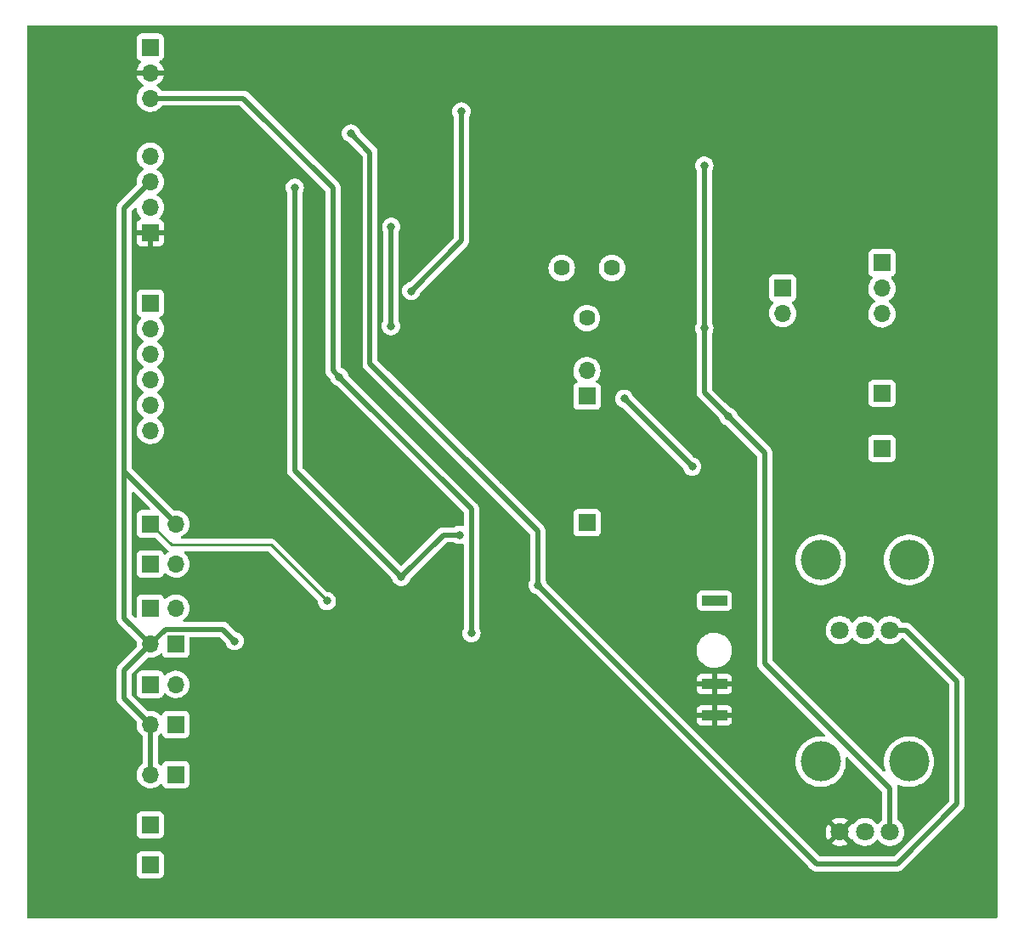
<source format=gbr>
%TF.GenerationSoftware,KiCad,Pcbnew,(6.0.8)*%
%TF.CreationDate,2022-10-24T12:17:12+01:00*%
%TF.ProjectId,VCO_Test,56434f5f-5465-4737-942e-6b696361645f,rev?*%
%TF.SameCoordinates,Original*%
%TF.FileFunction,Copper,L2,Bot*%
%TF.FilePolarity,Positive*%
%FSLAX46Y46*%
G04 Gerber Fmt 4.6, Leading zero omitted, Abs format (unit mm)*
G04 Created by KiCad (PCBNEW (6.0.8)) date 2022-10-24 12:17:12*
%MOMM*%
%LPD*%
G01*
G04 APERTURE LIST*
%TA.AperFunction,ComponentPad*%
%ADD10O,1.700000X1.700000*%
%TD*%
%TA.AperFunction,ComponentPad*%
%ADD11R,1.700000X1.700000*%
%TD*%
%TA.AperFunction,WasherPad*%
%ADD12C,4.000000*%
%TD*%
%TA.AperFunction,ComponentPad*%
%ADD13C,1.800000*%
%TD*%
%TA.AperFunction,ComponentPad*%
%ADD14C,1.620000*%
%TD*%
%TA.AperFunction,ComponentPad*%
%ADD15R,2.500000X1.000000*%
%TD*%
%TA.AperFunction,ViaPad*%
%ADD16C,0.800000*%
%TD*%
%TA.AperFunction,Conductor*%
%ADD17C,0.500000*%
%TD*%
%TA.AperFunction,Conductor*%
%ADD18C,0.250000*%
%TD*%
G04 APERTURE END LIST*
D10*
%TO.P,J3,2,Pin_2*%
%TO.N,/SOFT_SYNCH*%
X106300000Y-84935000D03*
D11*
%TO.P,J3,1,Pin_1*%
%TO.N,/HARD_SYNCH*%
X106300000Y-87475000D03*
%TD*%
%TO.P,J1,1,Pin_1*%
%TO.N,/SAW_OUT*%
X62800000Y-78200000D03*
D10*
%TO.P,J1,2,Pin_2*%
%TO.N,/PULSE_OUT*%
X62800000Y-80740000D03*
%TO.P,J1,3,Pin_3*%
%TO.N,/TRI_OUT*%
X62800000Y-83280000D03*
%TO.P,J1,4,Pin_4*%
%TO.N,/EXPO_FREQ1*%
X62800000Y-85820000D03*
%TO.P,J1,5,Pin_5*%
%TO.N,/EXPO_FREQ2*%
X62800000Y-88360000D03*
%TO.P,J1,6,Pin_6*%
%TO.N,/MIX_OUT*%
X62800000Y-90900000D03*
%TD*%
D11*
%TO.P,J11,1,Pin_1*%
%TO.N,Net-(U5-Pad7)*%
X135700000Y-87200000D03*
%TD*%
%TO.P,J10,1,Pin_1*%
%TO.N,Net-(J10-Pad1)*%
X135700000Y-92700000D03*
%TD*%
%TO.P,J9,1,Pin_1*%
%TO.N,Net-(J2-Pad3)*%
X106300000Y-100100000D03*
%TD*%
%TO.P,J8,1,Pin_1*%
%TO.N,GND*%
X62800000Y-71200000D03*
D10*
%TO.P,J8,2,Pin_2*%
%TO.N,+2V5*%
X62800000Y-68660000D03*
%TO.P,J8,3,Pin_3*%
%TO.N,+5V*%
X62800000Y-66120000D03*
%TO.P,J8,4,Pin_4*%
%TO.N,-5V*%
X62800000Y-63580000D03*
%TD*%
D11*
%TO.P,J7,1,Pin_1*%
%TO.N,+12V*%
X62800000Y-52700000D03*
D10*
%TO.P,J7,2,Pin_2*%
%TO.N,GND*%
X62800000Y-55240000D03*
%TO.P,J7,3,Pin_3*%
%TO.N,-12V*%
X62800000Y-57780000D03*
%TD*%
D11*
%TO.P,JP2,1,A*%
%TO.N,/PWM_pot*%
X135700000Y-74200000D03*
D10*
%TO.P,JP2,2,C*%
%TO.N,/PWM_Ctrl*%
X135700000Y-76740000D03*
%TO.P,JP2,3,B*%
%TO.N,/PWM_scaled_input*%
X135700000Y-79280000D03*
%TD*%
D12*
%TO.P,RV2,*%
%TO.N,*%
X129600000Y-103800000D03*
X138400000Y-103800000D03*
D13*
%TO.P,RV2,1,1*%
%TO.N,+12V*%
X136500000Y-110800000D03*
%TO.P,RV2,2,2*%
%TO.N,Net-(R14-Pad2)*%
X134000000Y-110800000D03*
%TO.P,RV2,3,3*%
%TO.N,-12V*%
X131500000Y-110800000D03*
%TD*%
D10*
%TO.P,JP7,2,2*%
%TO.N,+5V*%
X62800000Y-120200000D03*
D11*
%TO.P,JP7,1,1*%
%TO.N,Net-(JP7-Pad1)*%
X65340000Y-120200000D03*
%TD*%
%TO.P,J6,1,Pin_1*%
%TO.N,Net-(J6-Pad1)*%
X62800000Y-134200000D03*
%TD*%
%TO.P,J5,1,Pin_1*%
%TO.N,Net-(J5-Pad1)*%
X62800000Y-130200000D03*
%TD*%
D10*
%TO.P,JP5,2,2*%
%TO.N,+5V*%
X62800000Y-112200000D03*
D11*
%TO.P,JP5,1,1*%
%TO.N,Net-(JP5-Pad1)*%
X65340000Y-112200000D03*
%TD*%
%TO.P,JP3,1,1*%
%TO.N,Net-(JP3-Pad1)*%
X62800000Y-100200000D03*
D10*
%TO.P,JP3,2,2*%
%TO.N,+5V*%
X65340000Y-100200000D03*
%TD*%
D11*
%TO.P,JP6,1,1*%
%TO.N,/PULSE_OUT*%
X62800000Y-108600000D03*
D10*
%TO.P,JP6,2,2*%
%TO.N,Net-(U7-Pad11)*%
X65340000Y-108600000D03*
%TD*%
D14*
%TO.P,R2,1*%
%TO.N,Net-(R2-Pad1)*%
X103800000Y-74700000D03*
%TO.P,R2,2*%
%TO.N,Net-(R2-Pad2)*%
X106300000Y-79700000D03*
%TO.P,R2,3*%
%TO.N,N/C*%
X108800000Y-74700000D03*
%TD*%
D11*
%TO.P,JP4,1,1*%
%TO.N,/TRI_OUT*%
X62800000Y-104200000D03*
D10*
%TO.P,JP4,2,2*%
%TO.N,Net-(JP4-Pad2)*%
X65340000Y-104200000D03*
%TD*%
%TO.P,JP9,2,2*%
%TO.N,+5V*%
X62800000Y-125200000D03*
D11*
%TO.P,JP9,1,1*%
%TO.N,Net-(JP9-Pad1)*%
X65340000Y-125200000D03*
%TD*%
%TO.P,JP8,1,1*%
%TO.N,/SAW_OUT*%
X62800000Y-116200000D03*
D10*
%TO.P,JP8,2,2*%
%TO.N,Net-(JP8-Pad2)*%
X65340000Y-116200000D03*
%TD*%
D12*
%TO.P,RV1,*%
%TO.N,*%
X138400000Y-123900000D03*
X129600000Y-123900000D03*
D13*
%TO.P,RV1,1,1*%
%TO.N,+2V5*%
X136500000Y-130900000D03*
%TO.P,RV1,2,2*%
%TO.N,/PWM_pot*%
X134000000Y-130900000D03*
%TO.P,RV1,3,3*%
%TO.N,GND*%
X131500000Y-130900000D03*
%TD*%
D15*
%TO.P,J2,1*%
%TO.N,GND*%
X119000000Y-119280000D03*
%TO.P,J2,2*%
X119000000Y-116180000D03*
%TO.P,J2,3*%
%TO.N,Net-(J2-Pad3)*%
X119000000Y-107880000D03*
%TD*%
D11*
%TO.P,JP1,1,1*%
%TO.N,/LIN_FREQ*%
X125800000Y-76700000D03*
D10*
%TO.P,JP1,2,2*%
%TO.N,Net-(JP1-Pad2)*%
X125800000Y-79240000D03*
%TD*%
D16*
%TO.N,GND*%
X75900000Y-78000000D03*
%TO.N,+5V*%
X93800000Y-59100000D03*
X88800000Y-77000000D03*
%TO.N,+2V5*%
X86775000Y-80500000D03*
%TO.N,GND*%
X116400000Y-87100000D03*
X116400000Y-82700000D03*
X108400000Y-82500000D03*
X124600000Y-83500000D03*
X120200000Y-85100000D03*
X88000000Y-100500000D03*
X81000000Y-93300000D03*
X66000000Y-86700000D03*
X75000000Y-93100000D03*
X81600000Y-103900000D03*
X64600000Y-94900000D03*
X119700000Y-91500000D03*
X66600000Y-66700000D03*
X91175000Y-77100000D03*
X85775000Y-87500000D03*
X77400000Y-107300000D03*
X101400000Y-110200000D03*
%TO.N,-5V*%
X116800000Y-94500000D03*
X110027860Y-87727860D03*
%TO.N,-12V*%
X94800000Y-111100000D03*
%TO.N,-5V*%
X87800000Y-105500000D03*
%TO.N,-12V*%
X81625000Y-85550000D03*
%TO.N,+5V*%
X71200000Y-111900000D03*
%TO.N,-5V*%
X77200000Y-66700000D03*
X93600000Y-101300000D03*
%TO.N,+12V*%
X101400000Y-106300000D03*
X82800000Y-61300000D03*
%TO.N,Net-(JP3-Pad1)*%
X80400000Y-107900000D03*
%TO.N,+2V5*%
X120400000Y-89500000D03*
X118000000Y-80700000D03*
X86800000Y-70600000D03*
X118000000Y-64500000D03*
%TD*%
D17*
%TO.N,+2V5*%
X136500000Y-126600000D02*
X136500000Y-130900000D01*
X124000000Y-114100000D02*
X136500000Y-126600000D01*
X124000000Y-93100000D02*
X124000000Y-114100000D01*
X120400000Y-89500000D02*
X124000000Y-93100000D01*
%TO.N,+5V*%
X88800000Y-77000000D02*
X93800000Y-72000000D01*
X93800000Y-72000000D02*
X93800000Y-59100000D01*
%TO.N,+12V*%
X84700000Y-84225000D02*
X84700000Y-63200000D01*
X97175000Y-96700000D02*
X84700000Y-84225000D01*
X84700000Y-63200000D02*
X82800000Y-61300000D01*
%TO.N,-12V*%
X94800000Y-98725000D02*
X94800000Y-111100000D01*
X81625000Y-85550000D02*
X94800000Y-98725000D01*
%TO.N,+12V*%
X101400000Y-100900000D02*
X97200000Y-96700000D01*
X101400000Y-106300000D02*
X101400000Y-100900000D01*
%TO.N,-12V*%
X81000000Y-84925000D02*
X81625000Y-85550000D01*
X72080000Y-57780000D02*
X81000000Y-66700000D01*
X62800000Y-57780000D02*
X72080000Y-57780000D01*
X81000000Y-66700000D02*
X81000000Y-84925000D01*
%TO.N,+12V*%
X129200000Y-134100000D02*
X101400000Y-106300000D01*
X137200000Y-134100000D02*
X129200000Y-134100000D01*
X143200000Y-128100000D02*
X137200000Y-134100000D01*
X143200000Y-115900000D02*
X143200000Y-128100000D01*
X136500000Y-110800000D02*
X138100000Y-110800000D01*
X138100000Y-110800000D02*
X143200000Y-115900000D01*
%TO.N,-5V*%
X116800000Y-94500000D02*
X110027860Y-87727860D01*
X87800000Y-105500000D02*
X92000000Y-101300000D01*
X92000000Y-101300000D02*
X93600000Y-101300000D01*
%TO.N,+5V*%
X64300000Y-110700000D02*
X62800000Y-112200000D01*
X70000000Y-110700000D02*
X64300000Y-110700000D01*
X71200000Y-111900000D02*
X70000000Y-110700000D01*
X60200000Y-109600000D02*
X60200000Y-94700000D01*
X62800000Y-112200000D02*
X60200000Y-109600000D01*
X60200000Y-68720000D02*
X62800000Y-66120000D01*
X65340000Y-100200000D02*
X65340000Y-100140000D01*
X65340000Y-100140000D02*
X60200000Y-95000000D01*
X60200000Y-95000000D02*
X60200000Y-68720000D01*
X60200000Y-114800000D02*
X62800000Y-112200000D01*
X60200000Y-117600000D02*
X60200000Y-114800000D01*
X62800000Y-120200000D02*
X60200000Y-117600000D01*
X62800000Y-125200000D02*
X62800000Y-120200000D01*
%TO.N,-5V*%
X77200000Y-66700000D02*
X77200000Y-94900000D01*
X77200000Y-94900000D02*
X87800000Y-105500000D01*
D18*
%TO.N,Net-(JP3-Pad1)*%
X64900000Y-102300000D02*
X62800000Y-100200000D01*
X74800000Y-102300000D02*
X64900000Y-102300000D01*
X80400000Y-107900000D02*
X74800000Y-102300000D01*
D17*
%TO.N,+2V5*%
X118000000Y-87100000D02*
X120400000Y-89500000D01*
X118000000Y-80700000D02*
X118000000Y-87100000D01*
X118000000Y-64500000D02*
X118000000Y-80700000D01*
X86775000Y-80500000D02*
X86775000Y-70500000D01*
%TD*%
%TA.AperFunction,Conductor*%
%TO.N,GND*%
G36*
X147133621Y-50528502D02*
G01*
X147180114Y-50582158D01*
X147191500Y-50634500D01*
X147191500Y-139365500D01*
X147171498Y-139433621D01*
X147117842Y-139480114D01*
X147065500Y-139491500D01*
X50634500Y-139491500D01*
X50566379Y-139471498D01*
X50519886Y-139417842D01*
X50508500Y-139365500D01*
X50508500Y-135098134D01*
X61441500Y-135098134D01*
X61448255Y-135160316D01*
X61499385Y-135296705D01*
X61586739Y-135413261D01*
X61703295Y-135500615D01*
X61839684Y-135551745D01*
X61901866Y-135558500D01*
X63698134Y-135558500D01*
X63760316Y-135551745D01*
X63896705Y-135500615D01*
X64013261Y-135413261D01*
X64100615Y-135296705D01*
X64151745Y-135160316D01*
X64158500Y-135098134D01*
X64158500Y-133301866D01*
X64151745Y-133239684D01*
X64100615Y-133103295D01*
X64013261Y-132986739D01*
X63896705Y-132899385D01*
X63760316Y-132848255D01*
X63698134Y-132841500D01*
X61901866Y-132841500D01*
X61839684Y-132848255D01*
X61703295Y-132899385D01*
X61586739Y-132986739D01*
X61499385Y-133103295D01*
X61448255Y-133239684D01*
X61441500Y-133301866D01*
X61441500Y-135098134D01*
X50508500Y-135098134D01*
X50508500Y-131098134D01*
X61441500Y-131098134D01*
X61448255Y-131160316D01*
X61499385Y-131296705D01*
X61586739Y-131413261D01*
X61703295Y-131500615D01*
X61839684Y-131551745D01*
X61901866Y-131558500D01*
X63698134Y-131558500D01*
X63760316Y-131551745D01*
X63896705Y-131500615D01*
X64013261Y-131413261D01*
X64100615Y-131296705D01*
X64151745Y-131160316D01*
X64158500Y-131098134D01*
X64158500Y-129301866D01*
X64151745Y-129239684D01*
X64100615Y-129103295D01*
X64013261Y-128986739D01*
X63896705Y-128899385D01*
X63760316Y-128848255D01*
X63698134Y-128841500D01*
X61901866Y-128841500D01*
X61839684Y-128848255D01*
X61703295Y-128899385D01*
X61586739Y-128986739D01*
X61499385Y-129103295D01*
X61448255Y-129239684D01*
X61441500Y-129301866D01*
X61441500Y-131098134D01*
X50508500Y-131098134D01*
X50508500Y-117573349D01*
X59436801Y-117573349D01*
X59437394Y-117580641D01*
X59437394Y-117580644D01*
X59441085Y-117626018D01*
X59441500Y-117636233D01*
X59441500Y-117644293D01*
X59441925Y-117647937D01*
X59444789Y-117672507D01*
X59445222Y-117676882D01*
X59451140Y-117749637D01*
X59453396Y-117756601D01*
X59454587Y-117762560D01*
X59455971Y-117768415D01*
X59456818Y-117775681D01*
X59481735Y-117844327D01*
X59483152Y-117848455D01*
X59505649Y-117917899D01*
X59509445Y-117924154D01*
X59511951Y-117929628D01*
X59514670Y-117935058D01*
X59517167Y-117941937D01*
X59521180Y-117948057D01*
X59521180Y-117948058D01*
X59557186Y-118002976D01*
X59559523Y-118006680D01*
X59597405Y-118069107D01*
X59601121Y-118073315D01*
X59601122Y-118073316D01*
X59604803Y-118077484D01*
X59604776Y-118077508D01*
X59607429Y-118080500D01*
X59610132Y-118083733D01*
X59614144Y-118089852D01*
X59619456Y-118094884D01*
X59670383Y-118143128D01*
X59672825Y-118145506D01*
X61419449Y-119892130D01*
X61453475Y-119954442D01*
X61455641Y-119994613D01*
X61437251Y-120166695D01*
X61450110Y-120389715D01*
X61451247Y-120394761D01*
X61451248Y-120394767D01*
X61475304Y-120501508D01*
X61499222Y-120607639D01*
X61583266Y-120814616D01*
X61699987Y-121005088D01*
X61846250Y-121173938D01*
X61994124Y-121296705D01*
X61995985Y-121298250D01*
X62035620Y-121357152D01*
X62041500Y-121395194D01*
X62041500Y-124007655D01*
X62021498Y-124075776D01*
X61991153Y-124108415D01*
X61986774Y-124111703D01*
X61894965Y-124180635D01*
X61891393Y-124184373D01*
X61801280Y-124278671D01*
X61740629Y-124342138D01*
X61614743Y-124526680D01*
X61612564Y-124531375D01*
X61525557Y-124718816D01*
X61520688Y-124729305D01*
X61460989Y-124944570D01*
X61437251Y-125166695D01*
X61450110Y-125389715D01*
X61451247Y-125394761D01*
X61451248Y-125394767D01*
X61468873Y-125472972D01*
X61499222Y-125607639D01*
X61583266Y-125814616D01*
X61699987Y-126005088D01*
X61846250Y-126173938D01*
X62018126Y-126316632D01*
X62211000Y-126429338D01*
X62419692Y-126509030D01*
X62424760Y-126510061D01*
X62424763Y-126510062D01*
X62532017Y-126531883D01*
X62638597Y-126553567D01*
X62643772Y-126553757D01*
X62643774Y-126553757D01*
X62856673Y-126561564D01*
X62856677Y-126561564D01*
X62861837Y-126561753D01*
X62866957Y-126561097D01*
X62866959Y-126561097D01*
X63078288Y-126534025D01*
X63078289Y-126534025D01*
X63083416Y-126533368D01*
X63102985Y-126527497D01*
X63292429Y-126470661D01*
X63292434Y-126470659D01*
X63297384Y-126469174D01*
X63497994Y-126370896D01*
X63679860Y-126241173D01*
X63788091Y-126133319D01*
X63850462Y-126099404D01*
X63921268Y-126104592D01*
X63978030Y-126147238D01*
X63995012Y-126178341D01*
X64039385Y-126296705D01*
X64126739Y-126413261D01*
X64243295Y-126500615D01*
X64379684Y-126551745D01*
X64441866Y-126558500D01*
X66238134Y-126558500D01*
X66300316Y-126551745D01*
X66436705Y-126500615D01*
X66553261Y-126413261D01*
X66640615Y-126296705D01*
X66691745Y-126160316D01*
X66698500Y-126098134D01*
X66698500Y-124301866D01*
X66691745Y-124239684D01*
X66640615Y-124103295D01*
X66553261Y-123986739D01*
X66436705Y-123899385D01*
X66300316Y-123848255D01*
X66238134Y-123841500D01*
X64441866Y-123841500D01*
X64379684Y-123848255D01*
X64243295Y-123899385D01*
X64126739Y-123986739D01*
X64039385Y-124103295D01*
X64036233Y-124111703D01*
X63994919Y-124221907D01*
X63952277Y-124278671D01*
X63885716Y-124303371D01*
X63816367Y-124288163D01*
X63783743Y-124262476D01*
X63733148Y-124206873D01*
X63733146Y-124206871D01*
X63729670Y-124203051D01*
X63606407Y-124105703D01*
X63565345Y-124047785D01*
X63558500Y-124006821D01*
X63558500Y-121392632D01*
X63578502Y-121324511D01*
X63611331Y-121290054D01*
X63679860Y-121241173D01*
X63788091Y-121133319D01*
X63850462Y-121099404D01*
X63921268Y-121104592D01*
X63978030Y-121147238D01*
X63995012Y-121178341D01*
X64039385Y-121296705D01*
X64126739Y-121413261D01*
X64243295Y-121500615D01*
X64379684Y-121551745D01*
X64441866Y-121558500D01*
X66238134Y-121558500D01*
X66300316Y-121551745D01*
X66436705Y-121500615D01*
X66553261Y-121413261D01*
X66640615Y-121296705D01*
X66691745Y-121160316D01*
X66698500Y-121098134D01*
X66698500Y-119301866D01*
X66691745Y-119239684D01*
X66640615Y-119103295D01*
X66553261Y-118986739D01*
X66436705Y-118899385D01*
X66300316Y-118848255D01*
X66238134Y-118841500D01*
X64441866Y-118841500D01*
X64379684Y-118848255D01*
X64243295Y-118899385D01*
X64126739Y-118986739D01*
X64039385Y-119103295D01*
X64036233Y-119111703D01*
X63994919Y-119221907D01*
X63952277Y-119278671D01*
X63885716Y-119303371D01*
X63816367Y-119288163D01*
X63783743Y-119262476D01*
X63733151Y-119206875D01*
X63733142Y-119206866D01*
X63729670Y-119203051D01*
X63725619Y-119199852D01*
X63725615Y-119199848D01*
X63558414Y-119067800D01*
X63558410Y-119067798D01*
X63554359Y-119064598D01*
X63358789Y-118956638D01*
X63353920Y-118954914D01*
X63353916Y-118954912D01*
X63153087Y-118883795D01*
X63153083Y-118883794D01*
X63148212Y-118882069D01*
X63143119Y-118881162D01*
X63143116Y-118881161D01*
X62933373Y-118843800D01*
X62933367Y-118843799D01*
X62928284Y-118842894D01*
X62857770Y-118842033D01*
X62710082Y-118840228D01*
X62710080Y-118840228D01*
X62704911Y-118840165D01*
X62681156Y-118843800D01*
X62601385Y-118856006D01*
X62531023Y-118846538D01*
X62493232Y-118820551D01*
X60995405Y-117322724D01*
X60961379Y-117260412D01*
X60958500Y-117233629D01*
X60958500Y-117098134D01*
X61441500Y-117098134D01*
X61448255Y-117160316D01*
X61499385Y-117296705D01*
X61586739Y-117413261D01*
X61703295Y-117500615D01*
X61839684Y-117551745D01*
X61901866Y-117558500D01*
X63698134Y-117558500D01*
X63760316Y-117551745D01*
X63896705Y-117500615D01*
X64013261Y-117413261D01*
X64100615Y-117296705D01*
X64141367Y-117188000D01*
X64144598Y-117179382D01*
X64187240Y-117122618D01*
X64253802Y-117097918D01*
X64323150Y-117113126D01*
X64357817Y-117141114D01*
X64386250Y-117173938D01*
X64558126Y-117316632D01*
X64751000Y-117429338D01*
X64959692Y-117509030D01*
X64964760Y-117510061D01*
X64964763Y-117510062D01*
X65072017Y-117531883D01*
X65178597Y-117553567D01*
X65183772Y-117553757D01*
X65183774Y-117553757D01*
X65396673Y-117561564D01*
X65396677Y-117561564D01*
X65401837Y-117561753D01*
X65406957Y-117561097D01*
X65406959Y-117561097D01*
X65618288Y-117534025D01*
X65618289Y-117534025D01*
X65623416Y-117533368D01*
X65628366Y-117531883D01*
X65832429Y-117470661D01*
X65832434Y-117470659D01*
X65837384Y-117469174D01*
X66037994Y-117370896D01*
X66219860Y-117241173D01*
X66227431Y-117233629D01*
X66320268Y-117141115D01*
X66378096Y-117083489D01*
X66403393Y-117048285D01*
X66505435Y-116906277D01*
X66508453Y-116902077D01*
X66560086Y-116797606D01*
X66605136Y-116706453D01*
X66605137Y-116706451D01*
X66607430Y-116701811D01*
X66672370Y-116488069D01*
X66701529Y-116266590D01*
X66703156Y-116200000D01*
X66684852Y-115977361D01*
X66630431Y-115760702D01*
X66541354Y-115555840D01*
X66467673Y-115441946D01*
X66422822Y-115372617D01*
X66422820Y-115372614D01*
X66420014Y-115368277D01*
X66269670Y-115203051D01*
X66265619Y-115199852D01*
X66265615Y-115199848D01*
X66098414Y-115067800D01*
X66098410Y-115067798D01*
X66094359Y-115064598D01*
X65898789Y-114956638D01*
X65893920Y-114954914D01*
X65893916Y-114954912D01*
X65693087Y-114883795D01*
X65693083Y-114883794D01*
X65688212Y-114882069D01*
X65683119Y-114881162D01*
X65683116Y-114881161D01*
X65473373Y-114843800D01*
X65473367Y-114843799D01*
X65468284Y-114842894D01*
X65394452Y-114841992D01*
X65250081Y-114840228D01*
X65250079Y-114840228D01*
X65244911Y-114840165D01*
X65024091Y-114873955D01*
X64811756Y-114943357D01*
X64613607Y-115046507D01*
X64609474Y-115049610D01*
X64609471Y-115049612D01*
X64439100Y-115177530D01*
X64434965Y-115180635D01*
X64378537Y-115239684D01*
X64354283Y-115265064D01*
X64292759Y-115300494D01*
X64221846Y-115297037D01*
X64164060Y-115255791D01*
X64145207Y-115222243D01*
X64103767Y-115111703D01*
X64100615Y-115103295D01*
X64013261Y-114986739D01*
X63896705Y-114899385D01*
X63760316Y-114848255D01*
X63698134Y-114841500D01*
X61901866Y-114841500D01*
X61839684Y-114848255D01*
X61703295Y-114899385D01*
X61586739Y-114986739D01*
X61499385Y-115103295D01*
X61448255Y-115239684D01*
X61441500Y-115301866D01*
X61441500Y-117098134D01*
X60958500Y-117098134D01*
X60958500Y-115166371D01*
X60978502Y-115098250D01*
X60995405Y-115077276D01*
X62491441Y-113581240D01*
X62553753Y-113547214D01*
X62605657Y-113546865D01*
X62638597Y-113553567D01*
X62643772Y-113553757D01*
X62643774Y-113553757D01*
X62856673Y-113561564D01*
X62856677Y-113561564D01*
X62861837Y-113561753D01*
X62866957Y-113561097D01*
X62866959Y-113561097D01*
X63078288Y-113534025D01*
X63078289Y-113534025D01*
X63083416Y-113533368D01*
X63088366Y-113531883D01*
X63292429Y-113470661D01*
X63292434Y-113470659D01*
X63297384Y-113469174D01*
X63497994Y-113370896D01*
X63679860Y-113241173D01*
X63788091Y-113133319D01*
X63850462Y-113099404D01*
X63921268Y-113104592D01*
X63978030Y-113147238D01*
X63995012Y-113178341D01*
X64039385Y-113296705D01*
X64126739Y-113413261D01*
X64243295Y-113500615D01*
X64379684Y-113551745D01*
X64441866Y-113558500D01*
X66238134Y-113558500D01*
X66300316Y-113551745D01*
X66436705Y-113500615D01*
X66553261Y-113413261D01*
X66640615Y-113296705D01*
X66691745Y-113160316D01*
X66698500Y-113098134D01*
X66698500Y-111584500D01*
X66718502Y-111516379D01*
X66772158Y-111469886D01*
X66824500Y-111458500D01*
X69633629Y-111458500D01*
X69701750Y-111478502D01*
X69722724Y-111495405D01*
X70279875Y-112052556D01*
X70310613Y-112102714D01*
X70365473Y-112271556D01*
X70460960Y-112436944D01*
X70588747Y-112578866D01*
X70743248Y-112691118D01*
X70749276Y-112693802D01*
X70749278Y-112693803D01*
X70911681Y-112766109D01*
X70917712Y-112768794D01*
X71011112Y-112788647D01*
X71098056Y-112807128D01*
X71098061Y-112807128D01*
X71104513Y-112808500D01*
X71295487Y-112808500D01*
X71301939Y-112807128D01*
X71301944Y-112807128D01*
X71388888Y-112788647D01*
X71482288Y-112768794D01*
X71488319Y-112766109D01*
X71650722Y-112693803D01*
X71650724Y-112693802D01*
X71656752Y-112691118D01*
X71811253Y-112578866D01*
X71939040Y-112436944D01*
X72034527Y-112271556D01*
X72093542Y-112089928D01*
X72113504Y-111900000D01*
X72101181Y-111782749D01*
X72094232Y-111716635D01*
X72094232Y-111716633D01*
X72093542Y-111710072D01*
X72034527Y-111528444D01*
X71939040Y-111363056D01*
X71811253Y-111221134D01*
X71665608Y-111115316D01*
X71662094Y-111112763D01*
X71662093Y-111112762D01*
X71656752Y-111108882D01*
X71650724Y-111106198D01*
X71650722Y-111106197D01*
X71488319Y-111033891D01*
X71488318Y-111033891D01*
X71482288Y-111031206D01*
X71475833Y-111029834D01*
X71475824Y-111029831D01*
X71419228Y-111017801D01*
X71356331Y-110983650D01*
X70583770Y-110211089D01*
X70571384Y-110196677D01*
X70562851Y-110185082D01*
X70562846Y-110185077D01*
X70558508Y-110179182D01*
X70552930Y-110174443D01*
X70552927Y-110174440D01*
X70518232Y-110144965D01*
X70510716Y-110138035D01*
X70505021Y-110132340D01*
X70498880Y-110127482D01*
X70482749Y-110114719D01*
X70479345Y-110111928D01*
X70429297Y-110069409D01*
X70429295Y-110069408D01*
X70423715Y-110064667D01*
X70417199Y-110061339D01*
X70412150Y-110057972D01*
X70407021Y-110054805D01*
X70401284Y-110050266D01*
X70335125Y-110019345D01*
X70331225Y-110017439D01*
X70266192Y-109984231D01*
X70259084Y-109982492D01*
X70253441Y-109980393D01*
X70247678Y-109978476D01*
X70241050Y-109975378D01*
X70169583Y-109960513D01*
X70165299Y-109959543D01*
X70094390Y-109942192D01*
X70088788Y-109941844D01*
X70088785Y-109941844D01*
X70083236Y-109941500D01*
X70083238Y-109941464D01*
X70079245Y-109941225D01*
X70075053Y-109940851D01*
X70067885Y-109939360D01*
X70004120Y-109941085D01*
X69990479Y-109941454D01*
X69987072Y-109941500D01*
X66192440Y-109941500D01*
X66124319Y-109921498D01*
X66077826Y-109867842D01*
X66067722Y-109797568D01*
X66097216Y-109732988D01*
X66119272Y-109712921D01*
X66219860Y-109641173D01*
X66224818Y-109636233D01*
X66328482Y-109532930D01*
X66378096Y-109483489D01*
X66414625Y-109432654D01*
X66505435Y-109306277D01*
X66508453Y-109302077D01*
X66607430Y-109101811D01*
X66672370Y-108888069D01*
X66701529Y-108666590D01*
X66703156Y-108600000D01*
X66684852Y-108377361D01*
X66630431Y-108160702D01*
X66541354Y-107955840D01*
X66420014Y-107768277D01*
X66269670Y-107603051D01*
X66265619Y-107599852D01*
X66265615Y-107599848D01*
X66098414Y-107467800D01*
X66098410Y-107467798D01*
X66094359Y-107464598D01*
X65898789Y-107356638D01*
X65893920Y-107354914D01*
X65893916Y-107354912D01*
X65693087Y-107283795D01*
X65693083Y-107283794D01*
X65688212Y-107282069D01*
X65683119Y-107281162D01*
X65683116Y-107281161D01*
X65473373Y-107243800D01*
X65473367Y-107243799D01*
X65468284Y-107242894D01*
X65394452Y-107241992D01*
X65250081Y-107240228D01*
X65250079Y-107240228D01*
X65244911Y-107240165D01*
X65024091Y-107273955D01*
X64811756Y-107343357D01*
X64613607Y-107446507D01*
X64609474Y-107449610D01*
X64609471Y-107449612D01*
X64496106Y-107534729D01*
X64434965Y-107580635D01*
X64378537Y-107639684D01*
X64354283Y-107665064D01*
X64292759Y-107700494D01*
X64221846Y-107697037D01*
X64164060Y-107655791D01*
X64145207Y-107622243D01*
X64103767Y-107511703D01*
X64100615Y-107503295D01*
X64013261Y-107386739D01*
X63896705Y-107299385D01*
X63760316Y-107248255D01*
X63698134Y-107241500D01*
X61901866Y-107241500D01*
X61839684Y-107248255D01*
X61703295Y-107299385D01*
X61586739Y-107386739D01*
X61499385Y-107503295D01*
X61448255Y-107639684D01*
X61441500Y-107701866D01*
X61441500Y-109464629D01*
X61421498Y-109532750D01*
X61367842Y-109579243D01*
X61297568Y-109589347D01*
X61232988Y-109559853D01*
X61226405Y-109553724D01*
X60995405Y-109322724D01*
X60961379Y-109260412D01*
X60958500Y-109233629D01*
X60958500Y-97135371D01*
X60978502Y-97067250D01*
X61032158Y-97020757D01*
X61102432Y-97010653D01*
X61167012Y-97040147D01*
X61173595Y-97046276D01*
X62753724Y-98626405D01*
X62787750Y-98688717D01*
X62782685Y-98759532D01*
X62740138Y-98816368D01*
X62673618Y-98841179D01*
X62664629Y-98841500D01*
X61901866Y-98841500D01*
X61839684Y-98848255D01*
X61703295Y-98899385D01*
X61586739Y-98986739D01*
X61499385Y-99103295D01*
X61448255Y-99239684D01*
X61441500Y-99301866D01*
X61441500Y-101098134D01*
X61448255Y-101160316D01*
X61499385Y-101296705D01*
X61586739Y-101413261D01*
X61703295Y-101500615D01*
X61839684Y-101551745D01*
X61901866Y-101558500D01*
X63210406Y-101558500D01*
X63278527Y-101578502D01*
X63299501Y-101595405D01*
X64396343Y-102692247D01*
X64403887Y-102700537D01*
X64408000Y-102707018D01*
X64413777Y-102712443D01*
X64457667Y-102753658D01*
X64460509Y-102756413D01*
X64480230Y-102776134D01*
X64483425Y-102778612D01*
X64492447Y-102786318D01*
X64524679Y-102816586D01*
X64531628Y-102820406D01*
X64542432Y-102826346D01*
X64558956Y-102837199D01*
X64574959Y-102849613D01*
X64581922Y-102852626D01*
X64630271Y-102904407D01*
X64642977Y-102974258D01*
X64615902Y-103039889D01*
X64593333Y-103061729D01*
X64464605Y-103158381D01*
X64434965Y-103180635D01*
X64378537Y-103239684D01*
X64354283Y-103265064D01*
X64292759Y-103300494D01*
X64221846Y-103297037D01*
X64164060Y-103255791D01*
X64145207Y-103222243D01*
X64103767Y-103111703D01*
X64100615Y-103103295D01*
X64013261Y-102986739D01*
X63896705Y-102899385D01*
X63760316Y-102848255D01*
X63698134Y-102841500D01*
X61901866Y-102841500D01*
X61839684Y-102848255D01*
X61703295Y-102899385D01*
X61586739Y-102986739D01*
X61499385Y-103103295D01*
X61448255Y-103239684D01*
X61441500Y-103301866D01*
X61441500Y-105098134D01*
X61448255Y-105160316D01*
X61499385Y-105296705D01*
X61586739Y-105413261D01*
X61703295Y-105500615D01*
X61839684Y-105551745D01*
X61901866Y-105558500D01*
X63698134Y-105558500D01*
X63760316Y-105551745D01*
X63896705Y-105500615D01*
X64013261Y-105413261D01*
X64100615Y-105296705D01*
X64122799Y-105237529D01*
X64144598Y-105179382D01*
X64187240Y-105122618D01*
X64253802Y-105097918D01*
X64323150Y-105113126D01*
X64357817Y-105141114D01*
X64386250Y-105173938D01*
X64558126Y-105316632D01*
X64751000Y-105429338D01*
X64959692Y-105509030D01*
X64964760Y-105510061D01*
X64964763Y-105510062D01*
X65029816Y-105523297D01*
X65178597Y-105553567D01*
X65183772Y-105553757D01*
X65183774Y-105553757D01*
X65396673Y-105561564D01*
X65396677Y-105561564D01*
X65401837Y-105561753D01*
X65406957Y-105561097D01*
X65406959Y-105561097D01*
X65618288Y-105534025D01*
X65618289Y-105534025D01*
X65623416Y-105533368D01*
X65628366Y-105531883D01*
X65832429Y-105470661D01*
X65832434Y-105470659D01*
X65837384Y-105469174D01*
X66037994Y-105370896D01*
X66219860Y-105241173D01*
X66378096Y-105083489D01*
X66427874Y-105014216D01*
X66505435Y-104906277D01*
X66508453Y-104902077D01*
X66607430Y-104701811D01*
X66672370Y-104488069D01*
X66701529Y-104266590D01*
X66703156Y-104200000D01*
X66684852Y-103977361D01*
X66630431Y-103760702D01*
X66541354Y-103555840D01*
X66420014Y-103368277D01*
X66269670Y-103203051D01*
X66237355Y-103177530D01*
X66213109Y-103158381D01*
X66172047Y-103100464D01*
X66168815Y-103029541D01*
X66204441Y-102968130D01*
X66267612Y-102935728D01*
X66291202Y-102933500D01*
X74485406Y-102933500D01*
X74553527Y-102953502D01*
X74574501Y-102970405D01*
X79452878Y-107848783D01*
X79486904Y-107911095D01*
X79489093Y-107924706D01*
X79506458Y-108089928D01*
X79565473Y-108271556D01*
X79660960Y-108436944D01*
X79788747Y-108578866D01*
X79943248Y-108691118D01*
X79949276Y-108693802D01*
X79949278Y-108693803D01*
X80111681Y-108766109D01*
X80117712Y-108768794D01*
X80211113Y-108788647D01*
X80298056Y-108807128D01*
X80298061Y-108807128D01*
X80304513Y-108808500D01*
X80495487Y-108808500D01*
X80501939Y-108807128D01*
X80501944Y-108807128D01*
X80588888Y-108788647D01*
X80682288Y-108768794D01*
X80688319Y-108766109D01*
X80850722Y-108693803D01*
X80850724Y-108693802D01*
X80856752Y-108691118D01*
X81011253Y-108578866D01*
X81139040Y-108436944D01*
X81234527Y-108271556D01*
X81293542Y-108089928D01*
X81313504Y-107900000D01*
X81293542Y-107710072D01*
X81234527Y-107528444D01*
X81139040Y-107363056D01*
X81110957Y-107331866D01*
X81015675Y-107226045D01*
X81015674Y-107226044D01*
X81011253Y-107221134D01*
X80901926Y-107141703D01*
X80862094Y-107112763D01*
X80862093Y-107112762D01*
X80856752Y-107108882D01*
X80850724Y-107106198D01*
X80850722Y-107106197D01*
X80688319Y-107033891D01*
X80688318Y-107033891D01*
X80682288Y-107031206D01*
X80588887Y-107011353D01*
X80501944Y-106992872D01*
X80501939Y-106992872D01*
X80495487Y-106991500D01*
X80439594Y-106991500D01*
X80371473Y-106971498D01*
X80350499Y-106954595D01*
X75303652Y-101907747D01*
X75296112Y-101899461D01*
X75292000Y-101892982D01*
X75242348Y-101846356D01*
X75239507Y-101843602D01*
X75219770Y-101823865D01*
X75216573Y-101821385D01*
X75207551Y-101813680D01*
X75181100Y-101788841D01*
X75175321Y-101783414D01*
X75168375Y-101779595D01*
X75168372Y-101779593D01*
X75157566Y-101773652D01*
X75141047Y-101762801D01*
X75140583Y-101762441D01*
X75125041Y-101750386D01*
X75117772Y-101747241D01*
X75117768Y-101747238D01*
X75084463Y-101732826D01*
X75073813Y-101727609D01*
X75035060Y-101706305D01*
X75015437Y-101701267D01*
X74996734Y-101694863D01*
X74985420Y-101689967D01*
X74985419Y-101689967D01*
X74978145Y-101686819D01*
X74970322Y-101685580D01*
X74970312Y-101685577D01*
X74934476Y-101679901D01*
X74922856Y-101677495D01*
X74887711Y-101668472D01*
X74887710Y-101668472D01*
X74880030Y-101666500D01*
X74859776Y-101666500D01*
X74840065Y-101664949D01*
X74827886Y-101663020D01*
X74820057Y-101661780D01*
X74812165Y-101662526D01*
X74776039Y-101665941D01*
X74764181Y-101666500D01*
X65978191Y-101666500D01*
X65910070Y-101646498D01*
X65863577Y-101592842D01*
X65853473Y-101522568D01*
X65882967Y-101457988D01*
X65922759Y-101427349D01*
X65961080Y-101408576D01*
X66037994Y-101370896D01*
X66219860Y-101241173D01*
X66246947Y-101214181D01*
X66363400Y-101098134D01*
X66378096Y-101083489D01*
X66394748Y-101060316D01*
X66505435Y-100906277D01*
X66508453Y-100902077D01*
X66522339Y-100873982D01*
X66605136Y-100706453D01*
X66605137Y-100706451D01*
X66607430Y-100701811D01*
X66643915Y-100581725D01*
X66670865Y-100493023D01*
X66670865Y-100493021D01*
X66672370Y-100488069D01*
X66701529Y-100266590D01*
X66703156Y-100200000D01*
X66684852Y-99977361D01*
X66630431Y-99760702D01*
X66541354Y-99555840D01*
X66420014Y-99368277D01*
X66269670Y-99203051D01*
X66265619Y-99199852D01*
X66265615Y-99199848D01*
X66098414Y-99067800D01*
X66098410Y-99067798D01*
X66094359Y-99064598D01*
X65898789Y-98956638D01*
X65893920Y-98954914D01*
X65893916Y-98954912D01*
X65693087Y-98883795D01*
X65693083Y-98883794D01*
X65688212Y-98882069D01*
X65683119Y-98881162D01*
X65683116Y-98881161D01*
X65473373Y-98843800D01*
X65473367Y-98843799D01*
X65468284Y-98842894D01*
X65394452Y-98841992D01*
X65250081Y-98840228D01*
X65250079Y-98840228D01*
X65244911Y-98840165D01*
X65239802Y-98840947D01*
X65239799Y-98840947D01*
X65227077Y-98842894D01*
X65193423Y-98848044D01*
X65123062Y-98838577D01*
X65085270Y-98812589D01*
X60995405Y-94722724D01*
X60961379Y-94660412D01*
X60958500Y-94633629D01*
X60958500Y-90866695D01*
X61437251Y-90866695D01*
X61437548Y-90871848D01*
X61437548Y-90871851D01*
X61443011Y-90966590D01*
X61450110Y-91089715D01*
X61451247Y-91094761D01*
X61451248Y-91094767D01*
X61471119Y-91182939D01*
X61499222Y-91307639D01*
X61583266Y-91514616D01*
X61699987Y-91705088D01*
X61846250Y-91873938D01*
X62018126Y-92016632D01*
X62211000Y-92129338D01*
X62419692Y-92209030D01*
X62424760Y-92210061D01*
X62424763Y-92210062D01*
X62532017Y-92231883D01*
X62638597Y-92253567D01*
X62643772Y-92253757D01*
X62643774Y-92253757D01*
X62856673Y-92261564D01*
X62856677Y-92261564D01*
X62861837Y-92261753D01*
X62866957Y-92261097D01*
X62866959Y-92261097D01*
X63078288Y-92234025D01*
X63078289Y-92234025D01*
X63083416Y-92233368D01*
X63088366Y-92231883D01*
X63292429Y-92170661D01*
X63292434Y-92170659D01*
X63297384Y-92169174D01*
X63497994Y-92070896D01*
X63679860Y-91941173D01*
X63838096Y-91783489D01*
X63897594Y-91700689D01*
X63965435Y-91606277D01*
X63968453Y-91602077D01*
X64067430Y-91401811D01*
X64132370Y-91188069D01*
X64161529Y-90966590D01*
X64163156Y-90900000D01*
X64144852Y-90677361D01*
X64090431Y-90460702D01*
X64001354Y-90255840D01*
X63880014Y-90068277D01*
X63729670Y-89903051D01*
X63725619Y-89899852D01*
X63725615Y-89899848D01*
X63558414Y-89767800D01*
X63558410Y-89767798D01*
X63554359Y-89764598D01*
X63513053Y-89741796D01*
X63463084Y-89691364D01*
X63448312Y-89621921D01*
X63473428Y-89555516D01*
X63500780Y-89528909D01*
X63544603Y-89497650D01*
X63679860Y-89401173D01*
X63838096Y-89243489D01*
X63897594Y-89160689D01*
X63965435Y-89066277D01*
X63968453Y-89062077D01*
X64067430Y-88861811D01*
X64132370Y-88648069D01*
X64161529Y-88426590D01*
X64161855Y-88413261D01*
X64163074Y-88363365D01*
X64163074Y-88363361D01*
X64163156Y-88360000D01*
X64144852Y-88137361D01*
X64090431Y-87920702D01*
X64001354Y-87715840D01*
X63955059Y-87644279D01*
X63882822Y-87532617D01*
X63882820Y-87532614D01*
X63880014Y-87528277D01*
X63729670Y-87363051D01*
X63725619Y-87359852D01*
X63725615Y-87359848D01*
X63558414Y-87227800D01*
X63558410Y-87227798D01*
X63554359Y-87224598D01*
X63513053Y-87201796D01*
X63463084Y-87151364D01*
X63448312Y-87081921D01*
X63473428Y-87015516D01*
X63500780Y-86988909D01*
X63544603Y-86957650D01*
X63679860Y-86861173D01*
X63838096Y-86703489D01*
X63897594Y-86620689D01*
X63965435Y-86526277D01*
X63968453Y-86522077D01*
X64019499Y-86418794D01*
X64065136Y-86326453D01*
X64065137Y-86326451D01*
X64067430Y-86321811D01*
X64127756Y-86123255D01*
X64130865Y-86113023D01*
X64130865Y-86113021D01*
X64132370Y-86108069D01*
X64161529Y-85886590D01*
X64162466Y-85848255D01*
X64163074Y-85823365D01*
X64163074Y-85823361D01*
X64163156Y-85820000D01*
X64144852Y-85597361D01*
X64090431Y-85380702D01*
X64001354Y-85175840D01*
X63931162Y-85067339D01*
X63882822Y-84992617D01*
X63882820Y-84992614D01*
X63880014Y-84988277D01*
X63729670Y-84823051D01*
X63725619Y-84819852D01*
X63725615Y-84819848D01*
X63558414Y-84687800D01*
X63558410Y-84687798D01*
X63554359Y-84684598D01*
X63513053Y-84661796D01*
X63463084Y-84611364D01*
X63448312Y-84541921D01*
X63473428Y-84475516D01*
X63500780Y-84448909D01*
X63568393Y-84400681D01*
X63679860Y-84321173D01*
X63714663Y-84286492D01*
X63834435Y-84167137D01*
X63838096Y-84163489D01*
X63881363Y-84103277D01*
X63965435Y-83986277D01*
X63968453Y-83982077D01*
X63988325Y-83941870D01*
X64065136Y-83786453D01*
X64065137Y-83786451D01*
X64067430Y-83781811D01*
X64117483Y-83617069D01*
X64130865Y-83573023D01*
X64130865Y-83573021D01*
X64132370Y-83568069D01*
X64161529Y-83346590D01*
X64163156Y-83280000D01*
X64144852Y-83057361D01*
X64090431Y-82840702D01*
X64001354Y-82635840D01*
X63880014Y-82448277D01*
X63729670Y-82283051D01*
X63725619Y-82279852D01*
X63725615Y-82279848D01*
X63558414Y-82147800D01*
X63558410Y-82147798D01*
X63554359Y-82144598D01*
X63513053Y-82121796D01*
X63463084Y-82071364D01*
X63448312Y-82001921D01*
X63473428Y-81935516D01*
X63500780Y-81908909D01*
X63544603Y-81877650D01*
X63679860Y-81781173D01*
X63838096Y-81623489D01*
X63897594Y-81540689D01*
X63965435Y-81446277D01*
X63968453Y-81442077D01*
X64003994Y-81370166D01*
X64065136Y-81246453D01*
X64065137Y-81246451D01*
X64067430Y-81241811D01*
X64121067Y-81065271D01*
X64130865Y-81033023D01*
X64130865Y-81033021D01*
X64132370Y-81028069D01*
X64161529Y-80806590D01*
X64163156Y-80740000D01*
X64144852Y-80517361D01*
X64090431Y-80300702D01*
X64001354Y-80095840D01*
X63937258Y-79996762D01*
X63882822Y-79912617D01*
X63882820Y-79912614D01*
X63880014Y-79908277D01*
X63871591Y-79899020D01*
X63732798Y-79746488D01*
X63701746Y-79682642D01*
X63710141Y-79612143D01*
X63755317Y-79557375D01*
X63781761Y-79543706D01*
X63888297Y-79503767D01*
X63896705Y-79500615D01*
X64013261Y-79413261D01*
X64100615Y-79296705D01*
X64151745Y-79160316D01*
X64158500Y-79098134D01*
X64158500Y-77301866D01*
X64151745Y-77239684D01*
X64100615Y-77103295D01*
X64013261Y-76986739D01*
X63896705Y-76899385D01*
X63760316Y-76848255D01*
X63698134Y-76841500D01*
X61901866Y-76841500D01*
X61839684Y-76848255D01*
X61703295Y-76899385D01*
X61586739Y-76986739D01*
X61499385Y-77103295D01*
X61448255Y-77239684D01*
X61441500Y-77301866D01*
X61441500Y-79098134D01*
X61448255Y-79160316D01*
X61499385Y-79296705D01*
X61586739Y-79413261D01*
X61703295Y-79500615D01*
X61711704Y-79503767D01*
X61711705Y-79503768D01*
X61820451Y-79544535D01*
X61877216Y-79587176D01*
X61901916Y-79653738D01*
X61886709Y-79723087D01*
X61867316Y-79749568D01*
X61740629Y-79882138D01*
X61737715Y-79886410D01*
X61737714Y-79886411D01*
X61732117Y-79894616D01*
X61614743Y-80066680D01*
X61588730Y-80122721D01*
X61529635Y-80250031D01*
X61520688Y-80269305D01*
X61460989Y-80484570D01*
X61437251Y-80706695D01*
X61437548Y-80711848D01*
X61437548Y-80711851D01*
X61447816Y-80889928D01*
X61450110Y-80929715D01*
X61451247Y-80934761D01*
X61451248Y-80934767D01*
X61453586Y-80945140D01*
X61499222Y-81147639D01*
X61583266Y-81354616D01*
X61699987Y-81545088D01*
X61846250Y-81713938D01*
X62018126Y-81856632D01*
X62088595Y-81897811D01*
X62091445Y-81899476D01*
X62140169Y-81951114D01*
X62153240Y-82020897D01*
X62126509Y-82086669D01*
X62086055Y-82120027D01*
X62073607Y-82126507D01*
X62069474Y-82129610D01*
X62069471Y-82129612D01*
X62045247Y-82147800D01*
X61894965Y-82260635D01*
X61740629Y-82422138D01*
X61614743Y-82606680D01*
X61520688Y-82809305D01*
X61460989Y-83024570D01*
X61437251Y-83246695D01*
X61437548Y-83251848D01*
X61437548Y-83251851D01*
X61443011Y-83346590D01*
X61450110Y-83469715D01*
X61451247Y-83474761D01*
X61451248Y-83474767D01*
X61473889Y-83575228D01*
X61499222Y-83687639D01*
X61545984Y-83802800D01*
X61579529Y-83885412D01*
X61583266Y-83894616D01*
X61699987Y-84085088D01*
X61846250Y-84253938D01*
X62018126Y-84396632D01*
X62088595Y-84437811D01*
X62091445Y-84439476D01*
X62140169Y-84491114D01*
X62153240Y-84560897D01*
X62126509Y-84626669D01*
X62086055Y-84660027D01*
X62073607Y-84666507D01*
X62069474Y-84669610D01*
X62069471Y-84669612D01*
X61938260Y-84768128D01*
X61894965Y-84800635D01*
X61891393Y-84804373D01*
X61751256Y-84951018D01*
X61740629Y-84962138D01*
X61737715Y-84966410D01*
X61737714Y-84966411D01*
X61668866Y-85067339D01*
X61614743Y-85146680D01*
X61581666Y-85217939D01*
X61530589Y-85327976D01*
X61520688Y-85349305D01*
X61460989Y-85564570D01*
X61437251Y-85786695D01*
X61437548Y-85791848D01*
X61437548Y-85791851D01*
X61444717Y-85916187D01*
X61450110Y-86009715D01*
X61451247Y-86014761D01*
X61451248Y-86014767D01*
X61469580Y-86096109D01*
X61499222Y-86227639D01*
X61583266Y-86434616D01*
X61632332Y-86514684D01*
X61672531Y-86580283D01*
X61699987Y-86625088D01*
X61846250Y-86793938D01*
X62018126Y-86936632D01*
X62024956Y-86940623D01*
X62091445Y-86979476D01*
X62140169Y-87031114D01*
X62153240Y-87100897D01*
X62126509Y-87166669D01*
X62086055Y-87200027D01*
X62073607Y-87206507D01*
X62069474Y-87209610D01*
X62069471Y-87209612D01*
X61972323Y-87282553D01*
X61894965Y-87340635D01*
X61740629Y-87502138D01*
X61737715Y-87506410D01*
X61737714Y-87506411D01*
X61689231Y-87577484D01*
X61614743Y-87686680D01*
X61520688Y-87889305D01*
X61460989Y-88104570D01*
X61437251Y-88326695D01*
X61437548Y-88331848D01*
X61437548Y-88331851D01*
X61446968Y-88495229D01*
X61450110Y-88549715D01*
X61451247Y-88554761D01*
X61451248Y-88554767D01*
X61468165Y-88629831D01*
X61499222Y-88767639D01*
X61583266Y-88974616D01*
X61585965Y-88979020D01*
X61677532Y-89128444D01*
X61699987Y-89165088D01*
X61846250Y-89333938D01*
X62018126Y-89476632D01*
X62088595Y-89517811D01*
X62091445Y-89519476D01*
X62140169Y-89571114D01*
X62153240Y-89640897D01*
X62126509Y-89706669D01*
X62086055Y-89740027D01*
X62073607Y-89746507D01*
X62069474Y-89749610D01*
X62069471Y-89749612D01*
X61899100Y-89877530D01*
X61894965Y-89880635D01*
X61891393Y-89884373D01*
X61745593Y-90036944D01*
X61740629Y-90042138D01*
X61614743Y-90226680D01*
X61584832Y-90291118D01*
X61538953Y-90389957D01*
X61520688Y-90429305D01*
X61460989Y-90644570D01*
X61437251Y-90866695D01*
X60958500Y-90866695D01*
X60958500Y-72094669D01*
X61442001Y-72094669D01*
X61442371Y-72101490D01*
X61447895Y-72152352D01*
X61451521Y-72167604D01*
X61496676Y-72288054D01*
X61505214Y-72303649D01*
X61581715Y-72405724D01*
X61594276Y-72418285D01*
X61696351Y-72494786D01*
X61711946Y-72503324D01*
X61832394Y-72548478D01*
X61847649Y-72552105D01*
X61898514Y-72557631D01*
X61905328Y-72558000D01*
X62527885Y-72558000D01*
X62543124Y-72553525D01*
X62544329Y-72552135D01*
X62546000Y-72544452D01*
X62546000Y-72539884D01*
X63054000Y-72539884D01*
X63058475Y-72555123D01*
X63059865Y-72556328D01*
X63067548Y-72557999D01*
X63694669Y-72557999D01*
X63701490Y-72557629D01*
X63752352Y-72552105D01*
X63767604Y-72548479D01*
X63888054Y-72503324D01*
X63903649Y-72494786D01*
X64005724Y-72418285D01*
X64018285Y-72405724D01*
X64094786Y-72303649D01*
X64103324Y-72288054D01*
X64148478Y-72167606D01*
X64152105Y-72152351D01*
X64157631Y-72101486D01*
X64158000Y-72094672D01*
X64158000Y-71472115D01*
X64153525Y-71456876D01*
X64152135Y-71455671D01*
X64144452Y-71454000D01*
X63072115Y-71454000D01*
X63056876Y-71458475D01*
X63055671Y-71459865D01*
X63054000Y-71467548D01*
X63054000Y-72539884D01*
X62546000Y-72539884D01*
X62546000Y-71472115D01*
X62541525Y-71456876D01*
X62540135Y-71455671D01*
X62532452Y-71454000D01*
X61460116Y-71454000D01*
X61444877Y-71458475D01*
X61443672Y-71459865D01*
X61442001Y-71467548D01*
X61442001Y-72094669D01*
X60958500Y-72094669D01*
X60958500Y-69086371D01*
X60978502Y-69018250D01*
X60995405Y-68997276D01*
X61234656Y-68758025D01*
X61296968Y-68723999D01*
X61367783Y-68729064D01*
X61424619Y-68771611D01*
X61449542Y-68839865D01*
X61450110Y-68849715D01*
X61451247Y-68854761D01*
X61451248Y-68854767D01*
X61471119Y-68942939D01*
X61499222Y-69067639D01*
X61583266Y-69274616D01*
X61699987Y-69465088D01*
X61846250Y-69633938D01*
X61850225Y-69637238D01*
X61850231Y-69637244D01*
X61855425Y-69641556D01*
X61895059Y-69700460D01*
X61896555Y-69771441D01*
X61859439Y-69831962D01*
X61819168Y-69856480D01*
X61711946Y-69896676D01*
X61696351Y-69905214D01*
X61594276Y-69981715D01*
X61581715Y-69994276D01*
X61505214Y-70096351D01*
X61496676Y-70111946D01*
X61451522Y-70232394D01*
X61447895Y-70247649D01*
X61442369Y-70298514D01*
X61442000Y-70305328D01*
X61442000Y-70927885D01*
X61446475Y-70943124D01*
X61447865Y-70944329D01*
X61455548Y-70946000D01*
X64139884Y-70946000D01*
X64155123Y-70941525D01*
X64156328Y-70940135D01*
X64157999Y-70932452D01*
X64157999Y-70305331D01*
X64157629Y-70298510D01*
X64152105Y-70247648D01*
X64148479Y-70232396D01*
X64103324Y-70111946D01*
X64094786Y-70096351D01*
X64018285Y-69994276D01*
X64005724Y-69981715D01*
X63903649Y-69905214D01*
X63888054Y-69896676D01*
X63777813Y-69855348D01*
X63721049Y-69812706D01*
X63696349Y-69746145D01*
X63711557Y-69676796D01*
X63733104Y-69648115D01*
X63834430Y-69547144D01*
X63834440Y-69547132D01*
X63838096Y-69543489D01*
X63897594Y-69460689D01*
X63965435Y-69366277D01*
X63968453Y-69362077D01*
X64067430Y-69161811D01*
X64132370Y-68948069D01*
X64161529Y-68726590D01*
X64163156Y-68660000D01*
X64144852Y-68437361D01*
X64090431Y-68220702D01*
X64001354Y-68015840D01*
X63880014Y-67828277D01*
X63729670Y-67663051D01*
X63725619Y-67659852D01*
X63725615Y-67659848D01*
X63558414Y-67527800D01*
X63558410Y-67527798D01*
X63554359Y-67524598D01*
X63513053Y-67501796D01*
X63463084Y-67451364D01*
X63448312Y-67381921D01*
X63473428Y-67315516D01*
X63500780Y-67288909D01*
X63573555Y-67236999D01*
X63679860Y-67161173D01*
X63838096Y-67003489D01*
X63968453Y-66822077D01*
X64032032Y-66693435D01*
X64065136Y-66626453D01*
X64065137Y-66626451D01*
X64067430Y-66621811D01*
X64132370Y-66408069D01*
X64161529Y-66186590D01*
X64163156Y-66120000D01*
X64144852Y-65897361D01*
X64090431Y-65680702D01*
X64001354Y-65475840D01*
X63880014Y-65288277D01*
X63729670Y-65123051D01*
X63725619Y-65119852D01*
X63725615Y-65119848D01*
X63558414Y-64987800D01*
X63558410Y-64987798D01*
X63554359Y-64984598D01*
X63513053Y-64961796D01*
X63463084Y-64911364D01*
X63448312Y-64841921D01*
X63473428Y-64775516D01*
X63500780Y-64748909D01*
X63544603Y-64717650D01*
X63679860Y-64621173D01*
X63838096Y-64463489D01*
X63897594Y-64380689D01*
X63965435Y-64286277D01*
X63968453Y-64282077D01*
X64041277Y-64134729D01*
X64065136Y-64086453D01*
X64065137Y-64086451D01*
X64067430Y-64081811D01*
X64132370Y-63868069D01*
X64161529Y-63646590D01*
X64161905Y-63631206D01*
X64163074Y-63583365D01*
X64163074Y-63583361D01*
X64163156Y-63580000D01*
X64144852Y-63357361D01*
X64090431Y-63140702D01*
X64001354Y-62935840D01*
X63880014Y-62748277D01*
X63729670Y-62583051D01*
X63725619Y-62579852D01*
X63725615Y-62579848D01*
X63558414Y-62447800D01*
X63558410Y-62447798D01*
X63554359Y-62444598D01*
X63358789Y-62336638D01*
X63353920Y-62334914D01*
X63353916Y-62334912D01*
X63153087Y-62263795D01*
X63153083Y-62263794D01*
X63148212Y-62262069D01*
X63143119Y-62261162D01*
X63143116Y-62261161D01*
X62933373Y-62223800D01*
X62933367Y-62223799D01*
X62928284Y-62222894D01*
X62854452Y-62221992D01*
X62710081Y-62220228D01*
X62710079Y-62220228D01*
X62704911Y-62220165D01*
X62484091Y-62253955D01*
X62271756Y-62323357D01*
X62073607Y-62426507D01*
X62069474Y-62429610D01*
X62069471Y-62429612D01*
X62045247Y-62447800D01*
X61894965Y-62560635D01*
X61891393Y-62564373D01*
X61756896Y-62705116D01*
X61740629Y-62722138D01*
X61614743Y-62906680D01*
X61520688Y-63109305D01*
X61460989Y-63324570D01*
X61437251Y-63546695D01*
X61437548Y-63551848D01*
X61437548Y-63551851D01*
X61443011Y-63646590D01*
X61450110Y-63769715D01*
X61451247Y-63774761D01*
X61451248Y-63774767D01*
X61471119Y-63862939D01*
X61499222Y-63987639D01*
X61583266Y-64194616D01*
X61699987Y-64385088D01*
X61846250Y-64553938D01*
X62018126Y-64696632D01*
X62088595Y-64737811D01*
X62091445Y-64739476D01*
X62140169Y-64791114D01*
X62153240Y-64860897D01*
X62126509Y-64926669D01*
X62086055Y-64960027D01*
X62073607Y-64966507D01*
X62069474Y-64969610D01*
X62069471Y-64969612D01*
X61979720Y-65036999D01*
X61894965Y-65100635D01*
X61740629Y-65262138D01*
X61614743Y-65446680D01*
X61520688Y-65649305D01*
X61460989Y-65864570D01*
X61437251Y-66086695D01*
X61450110Y-66309715D01*
X61451247Y-66314760D01*
X61451966Y-66319877D01*
X61450518Y-66320081D01*
X61446398Y-66384274D01*
X61417119Y-66430200D01*
X59711089Y-68136230D01*
X59696677Y-68148616D01*
X59685082Y-68157149D01*
X59685077Y-68157154D01*
X59679182Y-68161492D01*
X59674443Y-68167070D01*
X59674440Y-68167073D01*
X59644965Y-68201768D01*
X59638035Y-68209284D01*
X59632340Y-68214979D01*
X59630060Y-68217861D01*
X59614719Y-68237251D01*
X59611928Y-68240655D01*
X59569409Y-68290703D01*
X59564667Y-68296285D01*
X59561339Y-68302801D01*
X59557972Y-68307850D01*
X59554805Y-68312979D01*
X59550266Y-68318716D01*
X59519345Y-68384875D01*
X59517442Y-68388769D01*
X59484231Y-68453808D01*
X59482492Y-68460916D01*
X59480393Y-68466559D01*
X59478476Y-68472322D01*
X59475378Y-68478950D01*
X59473888Y-68486112D01*
X59473888Y-68486113D01*
X59460514Y-68550412D01*
X59459544Y-68554696D01*
X59442192Y-68625610D01*
X59441500Y-68636764D01*
X59441464Y-68636762D01*
X59441225Y-68640755D01*
X59440851Y-68644947D01*
X59439360Y-68652115D01*
X59439558Y-68659432D01*
X59441454Y-68729521D01*
X59441500Y-68732928D01*
X59441500Y-94932930D01*
X59440067Y-94951880D01*
X59436801Y-94973349D01*
X59437394Y-94980641D01*
X59437394Y-94980644D01*
X59441085Y-95026018D01*
X59441500Y-95036233D01*
X59441500Y-109532930D01*
X59440067Y-109551880D01*
X59438784Y-109560316D01*
X59436801Y-109573349D01*
X59437394Y-109580641D01*
X59437394Y-109580644D01*
X59441085Y-109626018D01*
X59441500Y-109636233D01*
X59441500Y-109644293D01*
X59441925Y-109647937D01*
X59444789Y-109672507D01*
X59445222Y-109676882D01*
X59449786Y-109732988D01*
X59451140Y-109749637D01*
X59453396Y-109756601D01*
X59454587Y-109762560D01*
X59455971Y-109768415D01*
X59456818Y-109775681D01*
X59481735Y-109844327D01*
X59483152Y-109848455D01*
X59503273Y-109910564D01*
X59505649Y-109917899D01*
X59509445Y-109924154D01*
X59511951Y-109929628D01*
X59514670Y-109935058D01*
X59517167Y-109941937D01*
X59521180Y-109948057D01*
X59521180Y-109948058D01*
X59557186Y-110002976D01*
X59559523Y-110006680D01*
X59597405Y-110069107D01*
X59601121Y-110073315D01*
X59601122Y-110073316D01*
X59604803Y-110077484D01*
X59604776Y-110077508D01*
X59607429Y-110080500D01*
X59610132Y-110083733D01*
X59614144Y-110089852D01*
X59619456Y-110094884D01*
X59670383Y-110143128D01*
X59672825Y-110145506D01*
X61419449Y-111892130D01*
X61453475Y-111954442D01*
X61455641Y-111994613D01*
X61437251Y-112166695D01*
X61450110Y-112389715D01*
X61451247Y-112394760D01*
X61451966Y-112399877D01*
X61450518Y-112400081D01*
X61446398Y-112464274D01*
X61417119Y-112510200D01*
X59711089Y-114216230D01*
X59696677Y-114228616D01*
X59685082Y-114237149D01*
X59685077Y-114237154D01*
X59679182Y-114241492D01*
X59674443Y-114247070D01*
X59674440Y-114247073D01*
X59644965Y-114281768D01*
X59638035Y-114289284D01*
X59632340Y-114294979D01*
X59630060Y-114297861D01*
X59614719Y-114317251D01*
X59611928Y-114320655D01*
X59569409Y-114370703D01*
X59564667Y-114376285D01*
X59561339Y-114382801D01*
X59557972Y-114387850D01*
X59554805Y-114392979D01*
X59550266Y-114398716D01*
X59519345Y-114464875D01*
X59517442Y-114468769D01*
X59484231Y-114533808D01*
X59482492Y-114540916D01*
X59480393Y-114546559D01*
X59478476Y-114552322D01*
X59475378Y-114558950D01*
X59473888Y-114566112D01*
X59473888Y-114566113D01*
X59460514Y-114630412D01*
X59459544Y-114634696D01*
X59442192Y-114705610D01*
X59441500Y-114716764D01*
X59441464Y-114716762D01*
X59441225Y-114720755D01*
X59440851Y-114724947D01*
X59439360Y-114732115D01*
X59439558Y-114739432D01*
X59441454Y-114809521D01*
X59441500Y-114812928D01*
X59441500Y-117532930D01*
X59440067Y-117551880D01*
X59438594Y-117561564D01*
X59436801Y-117573349D01*
X50508500Y-117573349D01*
X50508500Y-57746695D01*
X61437251Y-57746695D01*
X61450110Y-57969715D01*
X61451247Y-57974761D01*
X61451248Y-57974767D01*
X61475304Y-58081508D01*
X61499222Y-58187639D01*
X61583266Y-58394616D01*
X61699987Y-58585088D01*
X61846250Y-58753938D01*
X62018126Y-58896632D01*
X62211000Y-59009338D01*
X62419692Y-59089030D01*
X62424760Y-59090061D01*
X62424763Y-59090062D01*
X62532017Y-59111883D01*
X62638597Y-59133567D01*
X62643772Y-59133757D01*
X62643774Y-59133757D01*
X62856673Y-59141564D01*
X62856677Y-59141564D01*
X62861837Y-59141753D01*
X62866957Y-59141097D01*
X62866959Y-59141097D01*
X63078288Y-59114025D01*
X63078289Y-59114025D01*
X63083416Y-59113368D01*
X63088366Y-59111883D01*
X63292429Y-59050661D01*
X63292434Y-59050659D01*
X63297384Y-59049174D01*
X63497994Y-58950896D01*
X63679860Y-58821173D01*
X63838096Y-58663489D01*
X63890203Y-58590974D01*
X63946198Y-58547326D01*
X63992526Y-58538500D01*
X71713629Y-58538500D01*
X71781750Y-58558502D01*
X71802724Y-58575405D01*
X80204595Y-66977276D01*
X80238621Y-67039588D01*
X80241500Y-67066371D01*
X80241500Y-84857930D01*
X80240067Y-84876880D01*
X80236801Y-84898349D01*
X80237394Y-84905641D01*
X80237394Y-84905644D01*
X80241085Y-84951018D01*
X80241500Y-84961233D01*
X80241500Y-84969293D01*
X80241925Y-84972937D01*
X80244789Y-84997507D01*
X80245222Y-85001882D01*
X80251140Y-85074637D01*
X80253396Y-85081601D01*
X80254587Y-85087560D01*
X80255971Y-85093415D01*
X80256818Y-85100681D01*
X80281735Y-85169327D01*
X80283152Y-85173455D01*
X80305649Y-85242899D01*
X80309445Y-85249154D01*
X80311951Y-85254628D01*
X80314670Y-85260058D01*
X80317167Y-85266937D01*
X80321180Y-85273057D01*
X80321180Y-85273058D01*
X80357186Y-85327976D01*
X80359523Y-85331680D01*
X80397405Y-85394107D01*
X80401121Y-85398315D01*
X80401122Y-85398316D01*
X80404803Y-85402484D01*
X80404776Y-85402508D01*
X80407429Y-85405500D01*
X80410132Y-85408733D01*
X80414144Y-85414852D01*
X80470383Y-85468128D01*
X80472825Y-85470506D01*
X80704875Y-85702556D01*
X80735613Y-85752714D01*
X80790473Y-85921556D01*
X80885960Y-86086944D01*
X80890378Y-86091851D01*
X80890379Y-86091852D01*
X80924692Y-86129960D01*
X81013747Y-86228866D01*
X81168248Y-86341118D01*
X81174276Y-86343802D01*
X81174278Y-86343803D01*
X81235609Y-86371109D01*
X81342712Y-86418794D01*
X81349167Y-86420166D01*
X81349176Y-86420169D01*
X81405772Y-86432199D01*
X81468669Y-86466350D01*
X94004595Y-99002276D01*
X94038621Y-99064588D01*
X94041500Y-99091371D01*
X94041500Y-100310238D01*
X94021498Y-100378359D01*
X93967842Y-100424852D01*
X93897568Y-100434956D01*
X93883214Y-100431618D01*
X93882288Y-100431206D01*
X93824572Y-100418938D01*
X93701944Y-100392872D01*
X93701939Y-100392872D01*
X93695487Y-100391500D01*
X93504513Y-100391500D01*
X93498061Y-100392872D01*
X93498056Y-100392872D01*
X93411113Y-100411353D01*
X93317712Y-100431206D01*
X93311682Y-100433891D01*
X93311681Y-100433891D01*
X93149278Y-100506197D01*
X93149276Y-100506198D01*
X93143248Y-100508882D01*
X93137909Y-100512761D01*
X93137902Y-100512765D01*
X93131472Y-100517437D01*
X93057413Y-100541500D01*
X92067070Y-100541500D01*
X92048120Y-100540067D01*
X92033885Y-100537901D01*
X92033881Y-100537901D01*
X92026651Y-100536801D01*
X92019359Y-100537394D01*
X92019356Y-100537394D01*
X91973982Y-100541085D01*
X91963767Y-100541500D01*
X91955707Y-100541500D01*
X91952073Y-100541924D01*
X91952067Y-100541924D01*
X91939042Y-100543443D01*
X91927480Y-100544791D01*
X91923132Y-100545221D01*
X91850364Y-100551140D01*
X91843403Y-100553395D01*
X91837463Y-100554582D01*
X91831588Y-100555971D01*
X91824319Y-100556818D01*
X91755670Y-100581736D01*
X91751542Y-100583153D01*
X91689064Y-100603393D01*
X91689062Y-100603394D01*
X91682101Y-100605649D01*
X91675846Y-100609445D01*
X91670372Y-100611951D01*
X91664942Y-100614670D01*
X91658063Y-100617167D01*
X91651943Y-100621180D01*
X91651942Y-100621180D01*
X91597024Y-100657186D01*
X91593320Y-100659523D01*
X91530893Y-100697405D01*
X91522516Y-100704803D01*
X91522492Y-100704776D01*
X91519500Y-100707429D01*
X91516267Y-100710132D01*
X91510148Y-100714144D01*
X91505116Y-100719456D01*
X91456872Y-100770383D01*
X91454494Y-100772825D01*
X87889095Y-104338224D01*
X87826783Y-104372250D01*
X87755968Y-104367185D01*
X87710905Y-104338224D01*
X77995405Y-94622724D01*
X77961379Y-94560412D01*
X77958500Y-94533629D01*
X77958500Y-67236999D01*
X77975381Y-67173999D01*
X78031223Y-67077279D01*
X78031224Y-67077278D01*
X78034527Y-67071556D01*
X78093542Y-66889928D01*
X78113504Y-66700000D01*
X78105654Y-66625308D01*
X78094232Y-66516635D01*
X78094232Y-66516633D01*
X78093542Y-66510072D01*
X78034527Y-66328444D01*
X78014240Y-66293305D01*
X77971628Y-66219500D01*
X77939040Y-66163056D01*
X77811253Y-66021134D01*
X77656752Y-65908882D01*
X77650724Y-65906198D01*
X77650722Y-65906197D01*
X77488319Y-65833891D01*
X77488318Y-65833891D01*
X77482288Y-65831206D01*
X77388887Y-65811353D01*
X77301944Y-65792872D01*
X77301939Y-65792872D01*
X77295487Y-65791500D01*
X77104513Y-65791500D01*
X77098061Y-65792872D01*
X77098056Y-65792872D01*
X77011113Y-65811353D01*
X76917712Y-65831206D01*
X76911682Y-65833891D01*
X76911681Y-65833891D01*
X76749278Y-65906197D01*
X76749276Y-65906198D01*
X76743248Y-65908882D01*
X76588747Y-66021134D01*
X76460960Y-66163056D01*
X76428372Y-66219500D01*
X76385761Y-66293305D01*
X76365473Y-66328444D01*
X76306458Y-66510072D01*
X76305768Y-66516633D01*
X76305768Y-66516635D01*
X76294346Y-66625308D01*
X76286496Y-66700000D01*
X76306458Y-66889928D01*
X76365473Y-67071556D01*
X76368776Y-67077278D01*
X76368777Y-67077279D01*
X76424619Y-67173999D01*
X76441500Y-67236999D01*
X76441500Y-94832930D01*
X76440067Y-94851880D01*
X76438030Y-94865271D01*
X76436801Y-94873349D01*
X76437394Y-94880641D01*
X76437394Y-94880644D01*
X76441085Y-94926018D01*
X76441500Y-94936233D01*
X76441500Y-94944293D01*
X76441925Y-94947937D01*
X76444789Y-94972507D01*
X76445222Y-94976882D01*
X76450507Y-95041852D01*
X76451140Y-95049637D01*
X76453396Y-95056601D01*
X76454587Y-95062560D01*
X76455971Y-95068415D01*
X76456818Y-95075681D01*
X76481735Y-95144327D01*
X76483152Y-95148455D01*
X76505649Y-95217899D01*
X76509445Y-95224154D01*
X76511951Y-95229628D01*
X76514670Y-95235058D01*
X76517167Y-95241937D01*
X76521180Y-95248057D01*
X76521180Y-95248058D01*
X76557186Y-95302976D01*
X76559523Y-95306680D01*
X76597405Y-95369107D01*
X76601121Y-95373315D01*
X76601122Y-95373316D01*
X76604803Y-95377484D01*
X76604776Y-95377508D01*
X76607429Y-95380500D01*
X76610132Y-95383733D01*
X76614144Y-95389852D01*
X76619456Y-95394884D01*
X76670383Y-95443128D01*
X76672825Y-95445506D01*
X86879875Y-105652556D01*
X86910613Y-105702714D01*
X86965473Y-105871556D01*
X87060960Y-106036944D01*
X87065378Y-106041851D01*
X87065379Y-106041852D01*
X87184325Y-106173955D01*
X87188747Y-106178866D01*
X87343248Y-106291118D01*
X87349276Y-106293802D01*
X87349278Y-106293803D01*
X87511681Y-106366109D01*
X87517712Y-106368794D01*
X87611113Y-106388647D01*
X87698056Y-106407128D01*
X87698061Y-106407128D01*
X87704513Y-106408500D01*
X87895487Y-106408500D01*
X87901939Y-106407128D01*
X87901944Y-106407128D01*
X87988887Y-106388647D01*
X88082288Y-106368794D01*
X88088319Y-106366109D01*
X88250722Y-106293803D01*
X88250724Y-106293802D01*
X88256752Y-106291118D01*
X88411253Y-106178866D01*
X88415675Y-106173955D01*
X88534621Y-106041852D01*
X88534622Y-106041851D01*
X88539040Y-106036944D01*
X88634527Y-105871556D01*
X88689387Y-105702714D01*
X88720125Y-105652556D01*
X92277276Y-102095405D01*
X92339588Y-102061379D01*
X92366371Y-102058500D01*
X93057413Y-102058500D01*
X93131472Y-102082563D01*
X93137902Y-102087235D01*
X93137909Y-102087239D01*
X93143248Y-102091118D01*
X93149276Y-102093802D01*
X93149278Y-102093803D01*
X93311681Y-102166109D01*
X93317712Y-102168794D01*
X93411112Y-102188647D01*
X93498056Y-102207128D01*
X93498061Y-102207128D01*
X93504513Y-102208500D01*
X93695487Y-102208500D01*
X93701939Y-102207128D01*
X93701944Y-102207128D01*
X93875833Y-102170166D01*
X93875832Y-102170166D01*
X93882288Y-102168794D01*
X93882493Y-102169758D01*
X93947536Y-102167903D01*
X94008333Y-102204568D01*
X94039655Y-102268281D01*
X94041500Y-102289762D01*
X94041500Y-110563001D01*
X94024619Y-110626000D01*
X93965473Y-110728444D01*
X93906458Y-110910072D01*
X93905768Y-110916633D01*
X93905768Y-110916635D01*
X93892626Y-111041673D01*
X93886496Y-111100000D01*
X93887186Y-111106565D01*
X93899228Y-111221134D01*
X93906458Y-111289928D01*
X93965473Y-111471556D01*
X93968776Y-111477278D01*
X93968777Y-111477279D01*
X93983780Y-111503264D01*
X94060960Y-111636944D01*
X94065378Y-111641851D01*
X94065379Y-111641852D01*
X94135431Y-111719653D01*
X94188747Y-111778866D01*
X94343248Y-111891118D01*
X94349276Y-111893802D01*
X94349278Y-111893803D01*
X94498724Y-111960340D01*
X94517712Y-111968794D01*
X94611112Y-111988647D01*
X94698056Y-112007128D01*
X94698061Y-112007128D01*
X94704513Y-112008500D01*
X94895487Y-112008500D01*
X94901939Y-112007128D01*
X94901944Y-112007128D01*
X94988888Y-111988647D01*
X95082288Y-111968794D01*
X95101276Y-111960340D01*
X95250722Y-111893803D01*
X95250724Y-111893802D01*
X95256752Y-111891118D01*
X95411253Y-111778866D01*
X95464569Y-111719653D01*
X95534621Y-111641852D01*
X95534622Y-111641851D01*
X95539040Y-111636944D01*
X95616220Y-111503264D01*
X95631223Y-111477279D01*
X95631224Y-111477278D01*
X95634527Y-111471556D01*
X95693542Y-111289928D01*
X95700773Y-111221134D01*
X95712814Y-111106565D01*
X95713504Y-111100000D01*
X95707374Y-111041673D01*
X95694232Y-110916635D01*
X95694232Y-110916633D01*
X95693542Y-110910072D01*
X95634527Y-110728444D01*
X95575381Y-110626000D01*
X95558500Y-110563001D01*
X95558500Y-98792070D01*
X95559933Y-98773120D01*
X95562099Y-98758885D01*
X95562099Y-98758881D01*
X95563199Y-98751651D01*
X95562404Y-98741869D01*
X95558915Y-98698982D01*
X95558500Y-98688767D01*
X95558500Y-98680707D01*
X95555209Y-98652480D01*
X95554778Y-98648121D01*
X95549454Y-98582662D01*
X95549453Y-98582659D01*
X95548860Y-98575364D01*
X95546604Y-98568400D01*
X95545417Y-98562461D01*
X95544030Y-98556590D01*
X95543182Y-98549319D01*
X95540686Y-98542443D01*
X95540684Y-98542434D01*
X95518275Y-98480702D01*
X95516865Y-98476598D01*
X95494352Y-98407101D01*
X95490556Y-98400846D01*
X95488057Y-98395387D01*
X95485329Y-98389939D01*
X95482833Y-98383063D01*
X95442805Y-98322010D01*
X95440481Y-98318327D01*
X95405504Y-98260686D01*
X95405501Y-98260682D01*
X95402595Y-98255893D01*
X95398886Y-98251694D01*
X95398883Y-98251689D01*
X95395197Y-98247516D01*
X95395224Y-98247492D01*
X95392571Y-98244500D01*
X95389868Y-98241267D01*
X95385856Y-98235148D01*
X95329617Y-98181872D01*
X95327175Y-98179494D01*
X82545125Y-85397444D01*
X82514387Y-85347285D01*
X82512878Y-85342639D01*
X82459527Y-85178444D01*
X82428507Y-85124715D01*
X82367341Y-85018774D01*
X82364040Y-85013056D01*
X82338290Y-84984457D01*
X82240675Y-84876045D01*
X82240674Y-84876044D01*
X82236253Y-84871134D01*
X82081752Y-84758882D01*
X82075724Y-84756198D01*
X82075722Y-84756197D01*
X81913319Y-84683891D01*
X81913318Y-84683891D01*
X81907288Y-84681206D01*
X81858303Y-84670794D01*
X81795830Y-84637066D01*
X81761508Y-84574916D01*
X81758500Y-84547547D01*
X81758500Y-66767070D01*
X81759933Y-66748120D01*
X81762099Y-66733885D01*
X81762099Y-66733881D01*
X81763199Y-66726651D01*
X81761566Y-66706565D01*
X81758915Y-66673982D01*
X81758500Y-66663767D01*
X81758500Y-66655707D01*
X81755211Y-66627493D01*
X81754778Y-66623118D01*
X81749454Y-66557661D01*
X81749453Y-66557658D01*
X81748860Y-66550363D01*
X81746604Y-66543399D01*
X81745413Y-66537440D01*
X81744029Y-66531585D01*
X81743182Y-66524319D01*
X81718265Y-66455673D01*
X81716848Y-66451545D01*
X81696607Y-66389064D01*
X81696606Y-66389062D01*
X81694351Y-66382101D01*
X81690555Y-66375846D01*
X81688049Y-66370372D01*
X81685330Y-66364942D01*
X81682833Y-66358063D01*
X81678820Y-66351942D01*
X81642814Y-66297024D01*
X81640467Y-66293305D01*
X81602595Y-66230893D01*
X81595197Y-66222516D01*
X81595224Y-66222492D01*
X81592571Y-66219500D01*
X81589868Y-66216267D01*
X81585856Y-66210148D01*
X81529617Y-66156872D01*
X81527175Y-66154494D01*
X76672681Y-61300000D01*
X81886496Y-61300000D01*
X81906458Y-61489928D01*
X81965473Y-61671556D01*
X82060960Y-61836944D01*
X82188747Y-61978866D01*
X82343248Y-62091118D01*
X82349276Y-62093802D01*
X82349278Y-62093803D01*
X82511681Y-62166109D01*
X82517712Y-62168794D01*
X82524167Y-62170166D01*
X82524176Y-62170169D01*
X82580772Y-62182199D01*
X82643669Y-62216350D01*
X83904595Y-63477276D01*
X83938621Y-63539588D01*
X83941500Y-63566371D01*
X83941500Y-84157930D01*
X83940067Y-84176880D01*
X83936801Y-84198349D01*
X83937394Y-84205641D01*
X83937394Y-84205644D01*
X83941085Y-84251018D01*
X83941500Y-84261233D01*
X83941500Y-84269293D01*
X83941925Y-84272937D01*
X83944789Y-84297507D01*
X83945222Y-84301882D01*
X83951140Y-84374637D01*
X83953396Y-84381601D01*
X83954587Y-84387560D01*
X83955971Y-84393415D01*
X83956818Y-84400681D01*
X83981735Y-84469327D01*
X83983152Y-84473455D01*
X83994777Y-84509338D01*
X84005649Y-84542899D01*
X84009445Y-84549154D01*
X84011951Y-84554628D01*
X84014670Y-84560058D01*
X84017167Y-84566937D01*
X84021180Y-84573057D01*
X84021180Y-84573058D01*
X84057186Y-84627976D01*
X84059523Y-84631680D01*
X84097405Y-84694107D01*
X84101121Y-84698315D01*
X84101122Y-84698316D01*
X84104803Y-84702484D01*
X84104776Y-84702508D01*
X84107429Y-84705500D01*
X84110132Y-84708733D01*
X84114144Y-84714852D01*
X84119456Y-84719884D01*
X84170383Y-84768128D01*
X84172825Y-84770506D01*
X96669979Y-97267660D01*
X96672856Y-97269936D01*
X96773716Y-97349734D01*
X96773662Y-97349802D01*
X96790226Y-97362907D01*
X100604595Y-101177276D01*
X100638621Y-101239588D01*
X100641500Y-101266371D01*
X100641500Y-105763001D01*
X100624619Y-105826000D01*
X100565473Y-105928444D01*
X100506458Y-106110072D01*
X100505768Y-106116633D01*
X100505768Y-106116635D01*
X100498819Y-106182749D01*
X100486496Y-106300000D01*
X100506458Y-106489928D01*
X100565473Y-106671556D01*
X100660960Y-106836944D01*
X100665378Y-106841851D01*
X100665379Y-106841852D01*
X100700654Y-106881029D01*
X100788747Y-106978866D01*
X100943248Y-107091118D01*
X100949276Y-107093802D01*
X100949278Y-107093803D01*
X101056864Y-107141703D01*
X101117712Y-107168794D01*
X101124167Y-107170166D01*
X101124176Y-107170169D01*
X101180772Y-107182199D01*
X101243669Y-107216350D01*
X128616230Y-134588911D01*
X128628616Y-134603323D01*
X128637149Y-134614918D01*
X128637154Y-134614923D01*
X128641492Y-134620818D01*
X128647070Y-134625557D01*
X128647073Y-134625560D01*
X128681768Y-134655035D01*
X128689284Y-134661965D01*
X128694979Y-134667660D01*
X128697861Y-134669940D01*
X128717251Y-134685281D01*
X128720655Y-134688072D01*
X128770703Y-134730591D01*
X128776285Y-134735333D01*
X128782801Y-134738661D01*
X128787850Y-134742028D01*
X128792979Y-134745195D01*
X128798716Y-134749734D01*
X128864875Y-134780655D01*
X128868769Y-134782558D01*
X128933808Y-134815769D01*
X128940916Y-134817508D01*
X128946559Y-134819607D01*
X128952322Y-134821524D01*
X128958950Y-134824622D01*
X128966112Y-134826112D01*
X128966113Y-134826112D01*
X129030412Y-134839486D01*
X129034696Y-134840456D01*
X129105610Y-134857808D01*
X129111212Y-134858156D01*
X129111215Y-134858156D01*
X129116764Y-134858500D01*
X129116762Y-134858536D01*
X129120755Y-134858775D01*
X129124947Y-134859149D01*
X129132115Y-134860640D01*
X129209520Y-134858546D01*
X129212928Y-134858500D01*
X137132930Y-134858500D01*
X137151880Y-134859933D01*
X137166115Y-134862099D01*
X137166119Y-134862099D01*
X137173349Y-134863199D01*
X137180641Y-134862606D01*
X137180644Y-134862606D01*
X137226018Y-134858915D01*
X137236233Y-134858500D01*
X137244293Y-134858500D01*
X137261680Y-134856473D01*
X137272507Y-134855211D01*
X137276882Y-134854778D01*
X137342339Y-134849454D01*
X137342342Y-134849453D01*
X137349637Y-134848860D01*
X137356601Y-134846604D01*
X137362560Y-134845413D01*
X137368415Y-134844029D01*
X137375681Y-134843182D01*
X137444327Y-134818265D01*
X137448455Y-134816848D01*
X137510936Y-134796607D01*
X137510938Y-134796606D01*
X137517899Y-134794351D01*
X137524154Y-134790555D01*
X137529628Y-134788049D01*
X137535058Y-134785330D01*
X137541937Y-134782833D01*
X137548058Y-134778820D01*
X137602976Y-134742814D01*
X137606680Y-134740477D01*
X137669107Y-134702595D01*
X137677484Y-134695197D01*
X137677508Y-134695224D01*
X137680500Y-134692571D01*
X137683733Y-134689868D01*
X137689852Y-134685856D01*
X137743128Y-134629617D01*
X137745506Y-134627175D01*
X143688911Y-128683770D01*
X143703323Y-128671384D01*
X143714918Y-128662851D01*
X143714923Y-128662846D01*
X143720818Y-128658508D01*
X143725557Y-128652930D01*
X143725560Y-128652927D01*
X143755035Y-128618232D01*
X143761965Y-128610716D01*
X143767660Y-128605021D01*
X143785281Y-128582749D01*
X143788072Y-128579345D01*
X143830591Y-128529297D01*
X143830592Y-128529295D01*
X143835333Y-128523715D01*
X143838661Y-128517199D01*
X143842028Y-128512150D01*
X143845195Y-128507021D01*
X143849734Y-128501284D01*
X143880655Y-128435125D01*
X143882561Y-128431225D01*
X143915769Y-128366192D01*
X143917508Y-128359084D01*
X143919607Y-128353441D01*
X143921524Y-128347678D01*
X143924622Y-128341050D01*
X143939487Y-128269583D01*
X143940457Y-128265299D01*
X143956473Y-128199845D01*
X143957808Y-128194390D01*
X143958500Y-128183236D01*
X143958536Y-128183238D01*
X143958775Y-128179245D01*
X143959149Y-128175053D01*
X143960640Y-128167885D01*
X143958546Y-128090479D01*
X143958500Y-128087072D01*
X143958500Y-115967069D01*
X143959933Y-115948118D01*
X143962099Y-115933883D01*
X143962099Y-115933881D01*
X143963199Y-115926651D01*
X143958915Y-115873982D01*
X143958500Y-115863767D01*
X143958500Y-115855707D01*
X143955211Y-115827493D01*
X143954778Y-115823118D01*
X143949454Y-115757661D01*
X143949453Y-115757658D01*
X143948860Y-115750363D01*
X143946604Y-115743399D01*
X143945413Y-115737440D01*
X143944029Y-115731585D01*
X143943182Y-115724319D01*
X143918265Y-115655673D01*
X143916848Y-115651545D01*
X143896607Y-115589064D01*
X143896606Y-115589062D01*
X143894351Y-115582101D01*
X143890555Y-115575846D01*
X143888049Y-115570372D01*
X143885330Y-115564942D01*
X143882833Y-115558063D01*
X143842814Y-115497024D01*
X143840467Y-115493305D01*
X143802595Y-115430893D01*
X143795197Y-115422516D01*
X143795224Y-115422492D01*
X143792571Y-115419500D01*
X143789868Y-115416267D01*
X143785856Y-115410148D01*
X143729617Y-115356872D01*
X143727175Y-115354494D01*
X138683770Y-110311089D01*
X138671384Y-110296677D01*
X138662851Y-110285082D01*
X138662846Y-110285077D01*
X138658508Y-110279182D01*
X138652930Y-110274443D01*
X138652927Y-110274440D01*
X138618232Y-110244965D01*
X138610716Y-110238035D01*
X138605021Y-110232340D01*
X138598880Y-110227482D01*
X138582749Y-110214719D01*
X138579345Y-110211928D01*
X138529297Y-110169409D01*
X138529295Y-110169408D01*
X138523715Y-110164667D01*
X138517199Y-110161339D01*
X138512150Y-110157972D01*
X138507021Y-110154805D01*
X138501284Y-110150266D01*
X138435125Y-110119345D01*
X138431225Y-110117439D01*
X138366192Y-110084231D01*
X138359084Y-110082492D01*
X138353441Y-110080393D01*
X138347678Y-110078476D01*
X138341050Y-110075378D01*
X138269583Y-110060513D01*
X138265299Y-110059543D01*
X138194390Y-110042192D01*
X138188788Y-110041844D01*
X138188785Y-110041844D01*
X138183236Y-110041500D01*
X138183238Y-110041464D01*
X138179245Y-110041225D01*
X138175053Y-110040851D01*
X138167885Y-110039360D01*
X138101675Y-110041151D01*
X138090479Y-110041454D01*
X138087072Y-110041500D01*
X137755493Y-110041500D01*
X137687372Y-110021498D01*
X137649701Y-109983941D01*
X137646183Y-109978502D01*
X137619764Y-109937665D01*
X137601779Y-109917899D01*
X137521194Y-109829338D01*
X137463887Y-109766358D01*
X137459836Y-109763159D01*
X137459832Y-109763155D01*
X137286177Y-109626011D01*
X137286172Y-109626008D01*
X137282123Y-109622810D01*
X137277607Y-109620317D01*
X137277604Y-109620315D01*
X137083879Y-109513373D01*
X137083875Y-109513371D01*
X137079355Y-109510876D01*
X137074486Y-109509152D01*
X137074482Y-109509150D01*
X136865903Y-109435288D01*
X136865899Y-109435287D01*
X136861028Y-109433562D01*
X136855935Y-109432655D01*
X136855932Y-109432654D01*
X136638095Y-109393851D01*
X136638089Y-109393850D01*
X136633006Y-109392945D01*
X136560096Y-109392054D01*
X136406581Y-109390179D01*
X136406579Y-109390179D01*
X136401411Y-109390116D01*
X136172464Y-109425150D01*
X135952314Y-109497106D01*
X135947726Y-109499494D01*
X135947722Y-109499496D01*
X135791838Y-109580644D01*
X135746872Y-109604052D01*
X135742739Y-109607155D01*
X135742736Y-109607157D01*
X135565790Y-109740012D01*
X135561655Y-109743117D01*
X135558083Y-109746855D01*
X135410091Y-109901720D01*
X135401639Y-109910564D01*
X135354836Y-109979174D01*
X135299927Y-110024175D01*
X135229402Y-110032346D01*
X135165655Y-110001092D01*
X135144959Y-109976609D01*
X135122577Y-109942013D01*
X135122576Y-109942012D01*
X135119764Y-109937665D01*
X135101779Y-109917899D01*
X135021194Y-109829338D01*
X134963887Y-109766358D01*
X134959836Y-109763159D01*
X134959832Y-109763155D01*
X134786177Y-109626011D01*
X134786172Y-109626008D01*
X134782123Y-109622810D01*
X134777607Y-109620317D01*
X134777604Y-109620315D01*
X134583879Y-109513373D01*
X134583875Y-109513371D01*
X134579355Y-109510876D01*
X134574486Y-109509152D01*
X134574482Y-109509150D01*
X134365903Y-109435288D01*
X134365899Y-109435287D01*
X134361028Y-109433562D01*
X134355935Y-109432655D01*
X134355932Y-109432654D01*
X134138095Y-109393851D01*
X134138089Y-109393850D01*
X134133006Y-109392945D01*
X134060096Y-109392054D01*
X133906581Y-109390179D01*
X133906579Y-109390179D01*
X133901411Y-109390116D01*
X133672464Y-109425150D01*
X133452314Y-109497106D01*
X133447726Y-109499494D01*
X133447722Y-109499496D01*
X133291838Y-109580644D01*
X133246872Y-109604052D01*
X133242739Y-109607155D01*
X133242736Y-109607157D01*
X133065790Y-109740012D01*
X133061655Y-109743117D01*
X133058083Y-109746855D01*
X132910091Y-109901720D01*
X132901639Y-109910564D01*
X132854836Y-109979174D01*
X132799927Y-110024175D01*
X132729402Y-110032346D01*
X132665655Y-110001092D01*
X132644959Y-109976609D01*
X132622577Y-109942013D01*
X132622576Y-109942012D01*
X132619764Y-109937665D01*
X132601779Y-109917899D01*
X132521194Y-109829338D01*
X132463887Y-109766358D01*
X132459836Y-109763159D01*
X132459832Y-109763155D01*
X132286177Y-109626011D01*
X132286172Y-109626008D01*
X132282123Y-109622810D01*
X132277607Y-109620317D01*
X132277604Y-109620315D01*
X132083879Y-109513373D01*
X132083875Y-109513371D01*
X132079355Y-109510876D01*
X132074486Y-109509152D01*
X132074482Y-109509150D01*
X131865903Y-109435288D01*
X131865899Y-109435287D01*
X131861028Y-109433562D01*
X131855935Y-109432655D01*
X131855932Y-109432654D01*
X131638095Y-109393851D01*
X131638089Y-109393850D01*
X131633006Y-109392945D01*
X131560096Y-109392054D01*
X131406581Y-109390179D01*
X131406579Y-109390179D01*
X131401411Y-109390116D01*
X131172464Y-109425150D01*
X130952314Y-109497106D01*
X130947726Y-109499494D01*
X130947722Y-109499496D01*
X130791838Y-109580644D01*
X130746872Y-109604052D01*
X130742739Y-109607155D01*
X130742736Y-109607157D01*
X130565790Y-109740012D01*
X130561655Y-109743117D01*
X130558083Y-109746855D01*
X130410091Y-109901720D01*
X130401639Y-109910564D01*
X130398730Y-109914829D01*
X130398724Y-109914837D01*
X130381513Y-109940067D01*
X130271119Y-110101899D01*
X130173602Y-110311981D01*
X130111707Y-110535169D01*
X130087095Y-110765469D01*
X130087392Y-110770622D01*
X130087392Y-110770625D01*
X130092315Y-110856006D01*
X130100427Y-110996697D01*
X130101564Y-111001743D01*
X130101565Y-111001749D01*
X130122228Y-111093435D01*
X130151346Y-111222642D01*
X130153288Y-111227424D01*
X130153289Y-111227428D01*
X130208362Y-111363056D01*
X130238484Y-111437237D01*
X130275089Y-111496971D01*
X130352249Y-111622884D01*
X130359501Y-111634719D01*
X130511147Y-111809784D01*
X130689349Y-111957730D01*
X130889322Y-112074584D01*
X131105694Y-112157209D01*
X131110760Y-112158240D01*
X131110761Y-112158240D01*
X131152319Y-112166695D01*
X131332656Y-112203385D01*
X131463324Y-112208176D01*
X131558949Y-112211683D01*
X131558953Y-112211683D01*
X131564113Y-112211872D01*
X131569233Y-112211216D01*
X131569235Y-112211216D01*
X131642270Y-112201860D01*
X131793847Y-112182442D01*
X131798795Y-112180957D01*
X131798802Y-112180956D01*
X132010747Y-112117369D01*
X132015690Y-112115886D01*
X132020324Y-112113616D01*
X132219049Y-112016262D01*
X132219052Y-112016260D01*
X132223684Y-112013991D01*
X132412243Y-111879494D01*
X132576303Y-111716005D01*
X132585078Y-111703794D01*
X132645370Y-111619888D01*
X132701365Y-111576240D01*
X132772068Y-111569794D01*
X132835033Y-111602597D01*
X132855128Y-111627584D01*
X132856799Y-111630311D01*
X132856804Y-111630317D01*
X132859501Y-111634719D01*
X133011147Y-111809784D01*
X133189349Y-111957730D01*
X133389322Y-112074584D01*
X133605694Y-112157209D01*
X133610760Y-112158240D01*
X133610761Y-112158240D01*
X133652319Y-112166695D01*
X133832656Y-112203385D01*
X133963324Y-112208176D01*
X134058949Y-112211683D01*
X134058953Y-112211683D01*
X134064113Y-112211872D01*
X134069233Y-112211216D01*
X134069235Y-112211216D01*
X134142270Y-112201860D01*
X134293847Y-112182442D01*
X134298795Y-112180957D01*
X134298802Y-112180956D01*
X134510747Y-112117369D01*
X134515690Y-112115886D01*
X134520324Y-112113616D01*
X134719049Y-112016262D01*
X134719052Y-112016260D01*
X134723684Y-112013991D01*
X134912243Y-111879494D01*
X135076303Y-111716005D01*
X135085078Y-111703794D01*
X135145370Y-111619888D01*
X135201365Y-111576240D01*
X135272068Y-111569794D01*
X135335033Y-111602597D01*
X135355128Y-111627584D01*
X135356799Y-111630311D01*
X135356804Y-111630317D01*
X135359501Y-111634719D01*
X135511147Y-111809784D01*
X135689349Y-111957730D01*
X135889322Y-112074584D01*
X136105694Y-112157209D01*
X136110760Y-112158240D01*
X136110761Y-112158240D01*
X136152319Y-112166695D01*
X136332656Y-112203385D01*
X136463324Y-112208176D01*
X136558949Y-112211683D01*
X136558953Y-112211683D01*
X136564113Y-112211872D01*
X136569233Y-112211216D01*
X136569235Y-112211216D01*
X136642270Y-112201860D01*
X136793847Y-112182442D01*
X136798795Y-112180957D01*
X136798802Y-112180956D01*
X137010747Y-112117369D01*
X137015690Y-112115886D01*
X137020324Y-112113616D01*
X137219049Y-112016262D01*
X137219052Y-112016260D01*
X137223684Y-112013991D01*
X137412243Y-111879494D01*
X137576303Y-111716005D01*
X137643219Y-111622882D01*
X137699211Y-111579236D01*
X137769914Y-111572790D01*
X137834634Y-111607315D01*
X142404595Y-116177276D01*
X142438621Y-116239588D01*
X142441500Y-116266371D01*
X142441500Y-127733629D01*
X142421498Y-127801750D01*
X142404595Y-127822724D01*
X136922724Y-133304595D01*
X136860412Y-133338621D01*
X136833629Y-133341500D01*
X129566371Y-133341500D01*
X129498250Y-133321498D01*
X129477276Y-133304595D01*
X128234087Y-132061406D01*
X130703423Y-132061406D01*
X130708704Y-132068461D01*
X130885080Y-132171527D01*
X130894363Y-132175974D01*
X131101003Y-132254883D01*
X131110901Y-132257759D01*
X131327653Y-132301857D01*
X131337883Y-132303076D01*
X131558914Y-132311182D01*
X131569223Y-132310714D01*
X131788623Y-132282608D01*
X131798688Y-132280468D01*
X132010557Y-132216905D01*
X132020152Y-132213144D01*
X132218778Y-132115838D01*
X132227636Y-132110559D01*
X132285097Y-132069572D01*
X132293497Y-132058874D01*
X132286510Y-132045721D01*
X131512811Y-131272021D01*
X131498868Y-131264408D01*
X131497034Y-131264539D01*
X131490420Y-131268790D01*
X130710180Y-132049031D01*
X130703423Y-132061406D01*
X128234087Y-132061406D01*
X127043319Y-130870638D01*
X130087893Y-130870638D01*
X130100627Y-131091468D01*
X130102061Y-131101670D01*
X130150685Y-131317439D01*
X130153773Y-131327292D01*
X130236986Y-131532220D01*
X130241634Y-131541421D01*
X130330097Y-131685781D01*
X130340553Y-131695242D01*
X130349331Y-131691458D01*
X131127979Y-130912811D01*
X131135592Y-130898868D01*
X131135461Y-130897034D01*
X131131210Y-130890420D01*
X130353862Y-130113073D01*
X130342330Y-130106776D01*
X130330048Y-130116399D01*
X130274467Y-130197877D01*
X130269379Y-130206833D01*
X130176252Y-130407459D01*
X130172689Y-130417146D01*
X130113581Y-130630280D01*
X130111650Y-130640400D01*
X130088145Y-130860349D01*
X130087893Y-130870638D01*
X127043319Y-130870638D01*
X125913392Y-129740711D01*
X130705508Y-129740711D01*
X130712251Y-129753040D01*
X131487189Y-130527979D01*
X131501132Y-130535592D01*
X131502966Y-130535461D01*
X131509580Y-130531210D01*
X132288994Y-129751795D01*
X132296011Y-129738944D01*
X132288237Y-129728274D01*
X132285902Y-129726430D01*
X132277320Y-129720729D01*
X132083678Y-129613833D01*
X132074272Y-129609606D01*
X131865772Y-129535772D01*
X131855809Y-129533140D01*
X131638047Y-129494350D01*
X131627796Y-129493381D01*
X131406616Y-129490679D01*
X131396332Y-129491399D01*
X131177693Y-129524855D01*
X131167666Y-129527244D01*
X130957426Y-129595961D01*
X130947916Y-129599958D01*
X130751725Y-129702089D01*
X130743007Y-129707578D01*
X130713961Y-129729386D01*
X130705508Y-129740711D01*
X125913392Y-129740711D01*
X115997350Y-119824669D01*
X117242001Y-119824669D01*
X117242371Y-119831490D01*
X117247895Y-119882352D01*
X117251521Y-119897604D01*
X117296676Y-120018054D01*
X117305214Y-120033649D01*
X117381715Y-120135724D01*
X117394276Y-120148285D01*
X117496351Y-120224786D01*
X117511946Y-120233324D01*
X117632394Y-120278478D01*
X117647649Y-120282105D01*
X117698514Y-120287631D01*
X117705328Y-120288000D01*
X118727885Y-120288000D01*
X118743124Y-120283525D01*
X118744329Y-120282135D01*
X118746000Y-120274452D01*
X118746000Y-120269884D01*
X119254000Y-120269884D01*
X119258475Y-120285123D01*
X119259865Y-120286328D01*
X119267548Y-120287999D01*
X120294669Y-120287999D01*
X120301490Y-120287629D01*
X120352352Y-120282105D01*
X120367604Y-120278479D01*
X120488054Y-120233324D01*
X120503649Y-120224786D01*
X120605724Y-120148285D01*
X120618285Y-120135724D01*
X120694786Y-120033649D01*
X120703324Y-120018054D01*
X120748478Y-119897606D01*
X120752105Y-119882351D01*
X120757631Y-119831486D01*
X120758000Y-119824672D01*
X120758000Y-119552115D01*
X120753525Y-119536876D01*
X120752135Y-119535671D01*
X120744452Y-119534000D01*
X119272115Y-119534000D01*
X119256876Y-119538475D01*
X119255671Y-119539865D01*
X119254000Y-119547548D01*
X119254000Y-120269884D01*
X118746000Y-120269884D01*
X118746000Y-119552115D01*
X118741525Y-119536876D01*
X118740135Y-119535671D01*
X118732452Y-119534000D01*
X117260116Y-119534000D01*
X117244877Y-119538475D01*
X117243672Y-119539865D01*
X117242001Y-119547548D01*
X117242001Y-119824669D01*
X115997350Y-119824669D01*
X115180566Y-119007885D01*
X117242000Y-119007885D01*
X117246475Y-119023124D01*
X117247865Y-119024329D01*
X117255548Y-119026000D01*
X118727885Y-119026000D01*
X118743124Y-119021525D01*
X118744329Y-119020135D01*
X118746000Y-119012452D01*
X118746000Y-119007885D01*
X119254000Y-119007885D01*
X119258475Y-119023124D01*
X119259865Y-119024329D01*
X119267548Y-119026000D01*
X120739884Y-119026000D01*
X120755123Y-119021525D01*
X120756328Y-119020135D01*
X120757999Y-119012452D01*
X120757999Y-118735331D01*
X120757629Y-118728510D01*
X120752105Y-118677648D01*
X120748479Y-118662396D01*
X120703324Y-118541946D01*
X120694786Y-118526351D01*
X120618285Y-118424276D01*
X120605724Y-118411715D01*
X120503649Y-118335214D01*
X120488054Y-118326676D01*
X120367606Y-118281522D01*
X120352351Y-118277895D01*
X120301486Y-118272369D01*
X120294672Y-118272000D01*
X119272115Y-118272000D01*
X119256876Y-118276475D01*
X119255671Y-118277865D01*
X119254000Y-118285548D01*
X119254000Y-119007885D01*
X118746000Y-119007885D01*
X118746000Y-118290116D01*
X118741525Y-118274877D01*
X118740135Y-118273672D01*
X118732452Y-118272001D01*
X117705331Y-118272001D01*
X117698510Y-118272371D01*
X117647648Y-118277895D01*
X117632396Y-118281521D01*
X117511946Y-118326676D01*
X117496351Y-118335214D01*
X117394276Y-118411715D01*
X117381715Y-118424276D01*
X117305214Y-118526351D01*
X117296676Y-118541946D01*
X117251522Y-118662394D01*
X117247895Y-118677649D01*
X117242369Y-118728514D01*
X117242000Y-118735328D01*
X117242000Y-119007885D01*
X115180566Y-119007885D01*
X112897350Y-116724669D01*
X117242001Y-116724669D01*
X117242371Y-116731490D01*
X117247895Y-116782352D01*
X117251521Y-116797604D01*
X117296676Y-116918054D01*
X117305214Y-116933649D01*
X117381715Y-117035724D01*
X117394276Y-117048285D01*
X117496351Y-117124786D01*
X117511946Y-117133324D01*
X117632394Y-117178478D01*
X117647649Y-117182105D01*
X117698514Y-117187631D01*
X117705328Y-117188000D01*
X118727885Y-117188000D01*
X118743124Y-117183525D01*
X118744329Y-117182135D01*
X118746000Y-117174452D01*
X118746000Y-117169884D01*
X119254000Y-117169884D01*
X119258475Y-117185123D01*
X119259865Y-117186328D01*
X119267548Y-117187999D01*
X120294669Y-117187999D01*
X120301490Y-117187629D01*
X120352352Y-117182105D01*
X120367604Y-117178479D01*
X120488054Y-117133324D01*
X120503649Y-117124786D01*
X120605724Y-117048285D01*
X120618285Y-117035724D01*
X120694786Y-116933649D01*
X120703324Y-116918054D01*
X120748478Y-116797606D01*
X120752105Y-116782351D01*
X120757631Y-116731486D01*
X120758000Y-116724672D01*
X120758000Y-116452115D01*
X120753525Y-116436876D01*
X120752135Y-116435671D01*
X120744452Y-116434000D01*
X119272115Y-116434000D01*
X119256876Y-116438475D01*
X119255671Y-116439865D01*
X119254000Y-116447548D01*
X119254000Y-117169884D01*
X118746000Y-117169884D01*
X118746000Y-116452115D01*
X118741525Y-116436876D01*
X118740135Y-116435671D01*
X118732452Y-116434000D01*
X117260116Y-116434000D01*
X117244877Y-116438475D01*
X117243672Y-116439865D01*
X117242001Y-116447548D01*
X117242001Y-116724669D01*
X112897350Y-116724669D01*
X112080566Y-115907885D01*
X117242000Y-115907885D01*
X117246475Y-115923124D01*
X117247865Y-115924329D01*
X117255548Y-115926000D01*
X118727885Y-115926000D01*
X118743124Y-115921525D01*
X118744329Y-115920135D01*
X118746000Y-115912452D01*
X118746000Y-115907885D01*
X119254000Y-115907885D01*
X119258475Y-115923124D01*
X119259865Y-115924329D01*
X119267548Y-115926000D01*
X120739884Y-115926000D01*
X120755123Y-115921525D01*
X120756328Y-115920135D01*
X120757999Y-115912452D01*
X120757999Y-115635331D01*
X120757629Y-115628510D01*
X120752105Y-115577648D01*
X120748479Y-115562396D01*
X120703324Y-115441946D01*
X120694786Y-115426351D01*
X120618285Y-115324276D01*
X120605724Y-115311715D01*
X120503649Y-115235214D01*
X120488054Y-115226676D01*
X120367606Y-115181522D01*
X120352351Y-115177895D01*
X120301486Y-115172369D01*
X120294672Y-115172000D01*
X119272115Y-115172000D01*
X119256876Y-115176475D01*
X119255671Y-115177865D01*
X119254000Y-115185548D01*
X119254000Y-115907885D01*
X118746000Y-115907885D01*
X118746000Y-115190116D01*
X118741525Y-115174877D01*
X118740135Y-115173672D01*
X118732452Y-115172001D01*
X117705331Y-115172001D01*
X117698510Y-115172371D01*
X117647648Y-115177895D01*
X117632396Y-115181521D01*
X117511946Y-115226676D01*
X117496351Y-115235214D01*
X117394276Y-115311715D01*
X117381715Y-115324276D01*
X117305214Y-115426351D01*
X117296676Y-115441946D01*
X117251522Y-115562394D01*
X117247895Y-115577649D01*
X117242369Y-115628514D01*
X117242000Y-115635328D01*
X117242000Y-115907885D01*
X112080566Y-115907885D01*
X109080336Y-112907655D01*
X117239858Y-112907655D01*
X117275104Y-113166638D01*
X117276412Y-113171124D01*
X117276412Y-113171126D01*
X117295767Y-113237529D01*
X117348243Y-113417567D01*
X117457668Y-113654928D01*
X117460231Y-113658837D01*
X117598410Y-113869596D01*
X117598414Y-113869601D01*
X117600976Y-113873509D01*
X117775018Y-114068506D01*
X117975970Y-114235637D01*
X117979973Y-114238066D01*
X118195422Y-114368804D01*
X118195426Y-114368806D01*
X118199419Y-114371229D01*
X118440455Y-114472303D01*
X118693783Y-114536641D01*
X118698434Y-114537109D01*
X118698438Y-114537110D01*
X118891308Y-114556531D01*
X118910867Y-114558500D01*
X119066354Y-114558500D01*
X119068679Y-114558327D01*
X119068685Y-114558327D01*
X119256000Y-114544407D01*
X119256004Y-114544406D01*
X119260652Y-114544061D01*
X119265200Y-114543032D01*
X119265206Y-114543031D01*
X119451601Y-114500853D01*
X119515577Y-114486377D01*
X119551769Y-114472303D01*
X119754824Y-114393340D01*
X119754827Y-114393339D01*
X119759177Y-114391647D01*
X119765821Y-114387850D01*
X119889343Y-114317251D01*
X119986098Y-114261951D01*
X120191357Y-114100138D01*
X120370443Y-113909763D01*
X120519424Y-113695009D01*
X120575529Y-113581240D01*
X120632960Y-113464781D01*
X120632961Y-113464778D01*
X120635025Y-113460593D01*
X120714707Y-113211665D01*
X120756721Y-112953693D01*
X120759141Y-112768794D01*
X120760081Y-112697022D01*
X120760081Y-112697019D01*
X120760142Y-112692345D01*
X120724896Y-112433362D01*
X120715196Y-112400081D01*
X120675902Y-112265271D01*
X120651757Y-112182433D01*
X120542332Y-111945072D01*
X120455798Y-111813086D01*
X120401590Y-111730404D01*
X120401586Y-111730399D01*
X120399024Y-111726491D01*
X120224982Y-111531494D01*
X120024030Y-111364363D01*
X119901365Y-111289928D01*
X119804578Y-111231196D01*
X119804574Y-111231194D01*
X119800581Y-111228771D01*
X119559545Y-111127697D01*
X119306217Y-111063359D01*
X119301566Y-111062891D01*
X119301562Y-111062890D01*
X119092271Y-111041816D01*
X119089133Y-111041500D01*
X118933646Y-111041500D01*
X118931321Y-111041673D01*
X118931315Y-111041673D01*
X118744000Y-111055593D01*
X118743996Y-111055594D01*
X118739348Y-111055939D01*
X118734800Y-111056968D01*
X118734794Y-111056969D01*
X118548399Y-111099147D01*
X118484423Y-111113623D01*
X118480071Y-111115315D01*
X118480069Y-111115316D01*
X118245176Y-111206660D01*
X118245173Y-111206661D01*
X118240823Y-111208353D01*
X118236769Y-111210670D01*
X118236767Y-111210671D01*
X118205099Y-111228771D01*
X118013902Y-111338049D01*
X117808643Y-111499862D01*
X117629557Y-111690237D01*
X117568073Y-111778866D01*
X117488593Y-111893435D01*
X117480576Y-111904991D01*
X117478510Y-111909181D01*
X117478508Y-111909184D01*
X117377694Y-112113616D01*
X117364975Y-112139407D01*
X117363553Y-112143850D01*
X117363552Y-112143852D01*
X117344435Y-112203574D01*
X117285293Y-112388335D01*
X117243279Y-112646307D01*
X117242676Y-112692345D01*
X117240277Y-112875678D01*
X117239858Y-112907655D01*
X109080336Y-112907655D01*
X104600815Y-108428134D01*
X117241500Y-108428134D01*
X117248255Y-108490316D01*
X117299385Y-108626705D01*
X117386739Y-108743261D01*
X117503295Y-108830615D01*
X117639684Y-108881745D01*
X117695560Y-108887815D01*
X117697899Y-108888069D01*
X117701866Y-108888500D01*
X120298134Y-108888500D01*
X120302102Y-108888069D01*
X120304440Y-108887815D01*
X120360316Y-108881745D01*
X120496705Y-108830615D01*
X120613261Y-108743261D01*
X120700615Y-108626705D01*
X120751745Y-108490316D01*
X120758500Y-108428134D01*
X120758500Y-107331866D01*
X120751745Y-107269684D01*
X120700615Y-107133295D01*
X120613261Y-107016739D01*
X120496705Y-106929385D01*
X120360316Y-106878255D01*
X120298134Y-106871500D01*
X117701866Y-106871500D01*
X117639684Y-106878255D01*
X117503295Y-106929385D01*
X117386739Y-107016739D01*
X117299385Y-107133295D01*
X117248255Y-107269684D01*
X117241500Y-107331866D01*
X117241500Y-108428134D01*
X104600815Y-108428134D01*
X102320125Y-106147444D01*
X102289387Y-106097285D01*
X102281902Y-106074247D01*
X102234527Y-105928444D01*
X102175381Y-105826000D01*
X102158500Y-105763001D01*
X102158500Y-100998134D01*
X104941500Y-100998134D01*
X104948255Y-101060316D01*
X104999385Y-101196705D01*
X105086739Y-101313261D01*
X105203295Y-101400615D01*
X105339684Y-101451745D01*
X105401866Y-101458500D01*
X107198134Y-101458500D01*
X107260316Y-101451745D01*
X107396705Y-101400615D01*
X107513261Y-101313261D01*
X107600615Y-101196705D01*
X107651745Y-101060316D01*
X107658500Y-100998134D01*
X107658500Y-99201866D01*
X107651745Y-99139684D01*
X107600615Y-99003295D01*
X107513261Y-98886739D01*
X107396705Y-98799385D01*
X107260316Y-98748255D01*
X107198134Y-98741500D01*
X105401866Y-98741500D01*
X105339684Y-98748255D01*
X105203295Y-98799385D01*
X105086739Y-98886739D01*
X104999385Y-99003295D01*
X104948255Y-99139684D01*
X104941500Y-99201866D01*
X104941500Y-100998134D01*
X102158500Y-100998134D01*
X102158500Y-100967070D01*
X102159933Y-100948120D01*
X102162099Y-100933885D01*
X102162099Y-100933881D01*
X102163199Y-100926651D01*
X102158915Y-100873982D01*
X102158500Y-100863767D01*
X102158500Y-100855707D01*
X102155209Y-100827480D01*
X102154778Y-100823121D01*
X102149453Y-100757660D01*
X102148860Y-100750364D01*
X102146605Y-100743403D01*
X102145418Y-100737463D01*
X102144029Y-100731588D01*
X102143182Y-100724319D01*
X102118264Y-100655670D01*
X102116847Y-100651542D01*
X102096607Y-100589064D01*
X102096606Y-100589062D01*
X102094351Y-100582101D01*
X102090555Y-100575846D01*
X102088049Y-100570372D01*
X102085330Y-100564942D01*
X102082833Y-100558063D01*
X102042814Y-100497024D01*
X102040467Y-100493305D01*
X102034177Y-100482939D01*
X102002595Y-100430893D01*
X101995197Y-100422516D01*
X101995224Y-100422492D01*
X101992571Y-100419500D01*
X101989868Y-100416267D01*
X101985856Y-100410148D01*
X101929617Y-100356872D01*
X101927175Y-100354494D01*
X97705021Y-96132340D01*
X97601284Y-96050266D01*
X97601338Y-96050198D01*
X97584774Y-96037093D01*
X86449376Y-84901695D01*
X104937251Y-84901695D01*
X104937548Y-84906848D01*
X104937548Y-84906851D01*
X104946802Y-85067339D01*
X104950110Y-85124715D01*
X104951247Y-85129761D01*
X104951248Y-85129767D01*
X104962702Y-85180590D01*
X104999222Y-85342639D01*
X105083266Y-85549616D01*
X105199987Y-85740088D01*
X105346250Y-85908938D01*
X105350230Y-85912242D01*
X105354981Y-85916187D01*
X105394616Y-85975090D01*
X105396113Y-86046071D01*
X105358997Y-86106593D01*
X105318724Y-86131112D01*
X105203295Y-86174385D01*
X105086739Y-86261739D01*
X104999385Y-86378295D01*
X104948255Y-86514684D01*
X104941500Y-86576866D01*
X104941500Y-88373134D01*
X104948255Y-88435316D01*
X104999385Y-88571705D01*
X105086739Y-88688261D01*
X105203295Y-88775615D01*
X105339684Y-88826745D01*
X105401866Y-88833500D01*
X107198134Y-88833500D01*
X107260316Y-88826745D01*
X107396705Y-88775615D01*
X107513261Y-88688261D01*
X107600615Y-88571705D01*
X107651745Y-88435316D01*
X107658500Y-88373134D01*
X107658500Y-87727860D01*
X109114356Y-87727860D01*
X109134318Y-87917788D01*
X109193333Y-88099416D01*
X109196636Y-88105138D01*
X109196637Y-88105139D01*
X109212343Y-88132342D01*
X109288820Y-88264804D01*
X109293238Y-88269711D01*
X109293239Y-88269712D01*
X109383284Y-88369717D01*
X109416607Y-88406726D01*
X109515703Y-88478724D01*
X109545834Y-88500615D01*
X109571108Y-88518978D01*
X109577136Y-88521662D01*
X109577138Y-88521663D01*
X109689535Y-88571705D01*
X109745572Y-88596654D01*
X109752027Y-88598026D01*
X109752036Y-88598029D01*
X109808632Y-88610059D01*
X109871529Y-88644210D01*
X115879875Y-94652556D01*
X115910613Y-94702714D01*
X115965473Y-94871556D01*
X116060960Y-95036944D01*
X116065378Y-95041851D01*
X116065379Y-95041852D01*
X116072389Y-95049637D01*
X116188747Y-95178866D01*
X116343248Y-95291118D01*
X116349276Y-95293802D01*
X116349278Y-95293803D01*
X116511681Y-95366109D01*
X116517712Y-95368794D01*
X116611113Y-95388647D01*
X116698056Y-95407128D01*
X116698061Y-95407128D01*
X116704513Y-95408500D01*
X116895487Y-95408500D01*
X116901939Y-95407128D01*
X116901944Y-95407128D01*
X116988888Y-95388647D01*
X117082288Y-95368794D01*
X117088319Y-95366109D01*
X117250722Y-95293803D01*
X117250724Y-95293802D01*
X117256752Y-95291118D01*
X117411253Y-95178866D01*
X117527611Y-95049637D01*
X117534621Y-95041852D01*
X117534622Y-95041851D01*
X117539040Y-95036944D01*
X117634527Y-94871556D01*
X117693542Y-94689928D01*
X117709970Y-94533629D01*
X117712814Y-94506565D01*
X117713504Y-94500000D01*
X117693542Y-94310072D01*
X117634527Y-94128444D01*
X117539040Y-93963056D01*
X117499050Y-93918642D01*
X117415675Y-93826045D01*
X117415674Y-93826044D01*
X117411253Y-93821134D01*
X117256752Y-93708882D01*
X117250724Y-93706198D01*
X117250722Y-93706197D01*
X117088319Y-93633891D01*
X117088318Y-93633891D01*
X117082288Y-93631206D01*
X117075833Y-93629834D01*
X117075824Y-93629831D01*
X117019228Y-93617801D01*
X116956331Y-93583650D01*
X110947985Y-87575304D01*
X110917247Y-87525145D01*
X110917024Y-87524457D01*
X110862387Y-87356304D01*
X110857856Y-87348455D01*
X110808264Y-87262560D01*
X110766900Y-87190916D01*
X110750325Y-87172507D01*
X110643535Y-87053905D01*
X110643534Y-87053904D01*
X110639113Y-87048994D01*
X110484612Y-86936742D01*
X110478584Y-86934058D01*
X110478582Y-86934057D01*
X110316179Y-86861751D01*
X110316178Y-86861751D01*
X110310148Y-86859066D01*
X110216748Y-86839213D01*
X110129804Y-86820732D01*
X110129799Y-86820732D01*
X110123347Y-86819360D01*
X109932373Y-86819360D01*
X109925921Y-86820732D01*
X109925916Y-86820732D01*
X109838972Y-86839213D01*
X109745572Y-86859066D01*
X109739542Y-86861751D01*
X109739541Y-86861751D01*
X109577138Y-86934057D01*
X109577136Y-86934058D01*
X109571108Y-86936742D01*
X109416607Y-87048994D01*
X109412186Y-87053904D01*
X109412185Y-87053905D01*
X109305396Y-87172507D01*
X109288820Y-87190916D01*
X109247456Y-87262560D01*
X109197865Y-87348455D01*
X109193333Y-87356304D01*
X109134318Y-87537932D01*
X109133628Y-87544493D01*
X109133628Y-87544495D01*
X109123141Y-87644279D01*
X109114356Y-87727860D01*
X107658500Y-87727860D01*
X107658500Y-86576866D01*
X107651745Y-86514684D01*
X107600615Y-86378295D01*
X107513261Y-86261739D01*
X107396705Y-86174385D01*
X107384132Y-86169672D01*
X107278203Y-86129960D01*
X107221439Y-86087318D01*
X107196739Y-86020756D01*
X107211947Y-85951408D01*
X107233493Y-85922727D01*
X107266427Y-85889908D01*
X107338096Y-85818489D01*
X107394548Y-85739928D01*
X107465435Y-85641277D01*
X107468453Y-85637077D01*
X107490563Y-85592342D01*
X107565136Y-85441453D01*
X107565137Y-85441451D01*
X107567430Y-85436811D01*
X107622782Y-85254628D01*
X107630865Y-85228023D01*
X107630865Y-85228021D01*
X107632370Y-85223069D01*
X107661529Y-85001590D01*
X107663156Y-84935000D01*
X107644852Y-84712361D01*
X107590431Y-84495702D01*
X107501354Y-84290840D01*
X107380014Y-84103277D01*
X107229670Y-83938051D01*
X107225619Y-83934852D01*
X107225615Y-83934848D01*
X107058414Y-83802800D01*
X107058410Y-83802798D01*
X107054359Y-83799598D01*
X106858789Y-83691638D01*
X106853920Y-83689914D01*
X106853916Y-83689912D01*
X106653087Y-83618795D01*
X106653083Y-83618794D01*
X106648212Y-83617069D01*
X106643119Y-83616162D01*
X106643116Y-83616161D01*
X106433373Y-83578800D01*
X106433367Y-83578799D01*
X106428284Y-83577894D01*
X106354452Y-83576992D01*
X106210081Y-83575228D01*
X106210079Y-83575228D01*
X106204911Y-83575165D01*
X105984091Y-83608955D01*
X105771756Y-83678357D01*
X105744732Y-83692425D01*
X105582540Y-83776857D01*
X105573607Y-83781507D01*
X105569474Y-83784610D01*
X105569471Y-83784612D01*
X105417094Y-83899020D01*
X105394965Y-83915635D01*
X105240629Y-84077138D01*
X105237715Y-84081410D01*
X105237714Y-84081411D01*
X105172590Y-84176880D01*
X105114743Y-84261680D01*
X105085736Y-84324171D01*
X105027835Y-84448909D01*
X105020688Y-84464305D01*
X104960989Y-84679570D01*
X104937251Y-84901695D01*
X86449376Y-84901695D01*
X85495405Y-83947724D01*
X85461379Y-83885412D01*
X85458500Y-83858629D01*
X85458500Y-80500000D01*
X85861496Y-80500000D01*
X85862186Y-80506565D01*
X85872191Y-80601753D01*
X85881458Y-80689928D01*
X85940473Y-80871556D01*
X86035960Y-81036944D01*
X86163747Y-81178866D01*
X86318248Y-81291118D01*
X86324276Y-81293802D01*
X86324278Y-81293803D01*
X86470759Y-81359020D01*
X86492712Y-81368794D01*
X86586113Y-81388647D01*
X86673056Y-81407128D01*
X86673061Y-81407128D01*
X86679513Y-81408500D01*
X86870487Y-81408500D01*
X86876939Y-81407128D01*
X86876944Y-81407128D01*
X86963887Y-81388647D01*
X87057288Y-81368794D01*
X87079241Y-81359020D01*
X87225722Y-81293803D01*
X87225724Y-81293802D01*
X87231752Y-81291118D01*
X87386253Y-81178866D01*
X87514040Y-81036944D01*
X87609527Y-80871556D01*
X87668542Y-80689928D01*
X87677810Y-80601753D01*
X87687814Y-80506565D01*
X87688504Y-80500000D01*
X87674449Y-80366276D01*
X87669232Y-80316635D01*
X87669232Y-80316633D01*
X87668542Y-80310072D01*
X87609527Y-80128444D01*
X87593446Y-80100590D01*
X87550381Y-80026001D01*
X87533500Y-79963001D01*
X87533500Y-79700000D01*
X104976464Y-79700000D01*
X104996571Y-79929830D01*
X105056283Y-80152676D01*
X105076841Y-80196762D01*
X105151458Y-80356781D01*
X105151461Y-80356786D01*
X105153784Y-80361768D01*
X105188184Y-80410896D01*
X105262732Y-80517361D01*
X105286113Y-80550753D01*
X105449247Y-80713887D01*
X105453755Y-80717044D01*
X105453758Y-80717046D01*
X105481750Y-80736646D01*
X105638232Y-80846216D01*
X105643214Y-80848539D01*
X105643219Y-80848542D01*
X105717898Y-80883365D01*
X105847324Y-80943717D01*
X106070170Y-81003429D01*
X106300000Y-81023536D01*
X106529830Y-81003429D01*
X106752676Y-80943717D01*
X106882102Y-80883365D01*
X106956781Y-80848542D01*
X106956786Y-80848539D01*
X106961768Y-80846216D01*
X107118250Y-80736646D01*
X107146242Y-80717046D01*
X107146245Y-80717044D01*
X107150753Y-80713887D01*
X107164640Y-80700000D01*
X117086496Y-80700000D01*
X117087186Y-80706565D01*
X117105129Y-80877279D01*
X117106458Y-80889928D01*
X117165473Y-81071556D01*
X117224594Y-81173955D01*
X117224619Y-81173999D01*
X117241500Y-81236999D01*
X117241500Y-87032930D01*
X117240067Y-87051880D01*
X117236801Y-87073349D01*
X117237394Y-87080641D01*
X117237394Y-87080644D01*
X117241085Y-87126018D01*
X117241500Y-87136233D01*
X117241500Y-87144293D01*
X117241925Y-87147937D01*
X117244789Y-87172507D01*
X117245222Y-87176882D01*
X117249364Y-87227800D01*
X117251140Y-87249637D01*
X117253396Y-87256601D01*
X117254587Y-87262560D01*
X117255971Y-87268415D01*
X117256818Y-87275681D01*
X117281735Y-87344327D01*
X117283152Y-87348455D01*
X117287881Y-87363051D01*
X117305649Y-87417899D01*
X117309445Y-87424154D01*
X117311951Y-87429628D01*
X117314670Y-87435058D01*
X117317167Y-87441937D01*
X117321180Y-87448057D01*
X117321180Y-87448058D01*
X117357186Y-87502976D01*
X117359523Y-87506680D01*
X117397405Y-87569107D01*
X117401121Y-87573315D01*
X117401122Y-87573316D01*
X117404803Y-87577484D01*
X117404776Y-87577508D01*
X117407429Y-87580500D01*
X117410132Y-87583733D01*
X117414144Y-87589852D01*
X117419456Y-87594884D01*
X117470383Y-87643128D01*
X117472825Y-87645506D01*
X119479875Y-89652556D01*
X119510613Y-89702714D01*
X119565473Y-89871556D01*
X119568776Y-89877278D01*
X119568777Y-89877279D01*
X119602686Y-89936010D01*
X119660960Y-90036944D01*
X119788747Y-90178866D01*
X119943248Y-90291118D01*
X119949276Y-90293802D01*
X119949278Y-90293803D01*
X120111681Y-90366109D01*
X120117712Y-90368794D01*
X120124167Y-90370166D01*
X120124176Y-90370169D01*
X120180772Y-90382199D01*
X120243669Y-90416350D01*
X123204595Y-93377275D01*
X123238621Y-93439587D01*
X123241500Y-93466370D01*
X123241500Y-114032930D01*
X123240067Y-114051880D01*
X123238069Y-114065016D01*
X123236801Y-114073349D01*
X123237394Y-114080641D01*
X123237394Y-114080644D01*
X123241085Y-114126018D01*
X123241500Y-114136233D01*
X123241500Y-114144293D01*
X123241925Y-114147937D01*
X123244789Y-114172507D01*
X123245222Y-114176882D01*
X123250199Y-114238066D01*
X123251140Y-114249637D01*
X123253396Y-114256601D01*
X123254587Y-114262560D01*
X123255971Y-114268415D01*
X123256818Y-114275681D01*
X123281735Y-114344327D01*
X123283152Y-114348455D01*
X123301581Y-114405341D01*
X123305649Y-114417899D01*
X123309445Y-114424154D01*
X123311951Y-114429628D01*
X123314670Y-114435058D01*
X123317167Y-114441937D01*
X123321180Y-114448057D01*
X123321180Y-114448058D01*
X123357186Y-114502976D01*
X123359523Y-114506680D01*
X123397405Y-114569107D01*
X123401121Y-114573315D01*
X123401122Y-114573316D01*
X123404803Y-114577484D01*
X123404776Y-114577508D01*
X123407429Y-114580500D01*
X123410132Y-114583733D01*
X123414144Y-114589852D01*
X123419456Y-114594884D01*
X123470383Y-114643128D01*
X123472825Y-114645506D01*
X130025252Y-121197933D01*
X130059278Y-121260245D01*
X130054213Y-121331060D01*
X130011666Y-121387896D01*
X129945146Y-121412707D01*
X129920367Y-121412034D01*
X129757821Y-121391500D01*
X129442179Y-121391500D01*
X129129025Y-121431060D01*
X128823298Y-121509557D01*
X128819629Y-121511010D01*
X128819628Y-121511010D01*
X128533495Y-121624298D01*
X128533490Y-121624300D01*
X128529821Y-121625753D01*
X128253221Y-121777816D01*
X127997860Y-121963346D01*
X127767767Y-122179418D01*
X127566568Y-122422625D01*
X127397438Y-122689131D01*
X127395754Y-122692710D01*
X127395750Y-122692717D01*
X127264733Y-122971144D01*
X127263044Y-122974734D01*
X127165505Y-123274928D01*
X127106359Y-123584980D01*
X127086540Y-123900000D01*
X127106359Y-124215020D01*
X127165505Y-124525072D01*
X127263044Y-124825266D01*
X127264731Y-124828852D01*
X127264733Y-124828856D01*
X127395750Y-125107283D01*
X127395754Y-125107290D01*
X127397438Y-125110869D01*
X127566568Y-125377375D01*
X127569093Y-125380427D01*
X127757060Y-125607639D01*
X127767767Y-125620582D01*
X127997860Y-125836654D01*
X128253221Y-126022184D01*
X128256690Y-126024091D01*
X128256693Y-126024093D01*
X128413226Y-126110148D01*
X128529821Y-126174247D01*
X128533490Y-126175700D01*
X128533495Y-126175702D01*
X128817878Y-126288297D01*
X128823298Y-126290443D01*
X129129025Y-126368940D01*
X129442179Y-126408500D01*
X129757821Y-126408500D01*
X130070975Y-126368940D01*
X130376702Y-126290443D01*
X130382122Y-126288297D01*
X130666505Y-126175702D01*
X130666510Y-126175700D01*
X130670179Y-126174247D01*
X130786774Y-126110148D01*
X130943307Y-126024093D01*
X130943310Y-126024091D01*
X130946779Y-126022184D01*
X131202140Y-125836654D01*
X131432233Y-125620582D01*
X131442941Y-125607639D01*
X131630907Y-125380427D01*
X131633432Y-125377375D01*
X131802562Y-125110869D01*
X131804246Y-125107290D01*
X131804250Y-125107283D01*
X131935267Y-124828856D01*
X131935269Y-124828852D01*
X131936956Y-124825266D01*
X132034495Y-124525072D01*
X132093641Y-124215020D01*
X132113460Y-123900000D01*
X132093641Y-123584980D01*
X132093519Y-123584339D01*
X132104709Y-123514979D01*
X132152115Y-123462128D01*
X132220569Y-123443298D01*
X132288336Y-123464465D01*
X132307503Y-123480184D01*
X135704595Y-126877276D01*
X135738621Y-126939588D01*
X135741500Y-126966371D01*
X135741500Y-129645127D01*
X135721498Y-129713248D01*
X135691154Y-129745886D01*
X135561655Y-129843117D01*
X135401639Y-130010564D01*
X135354836Y-130079174D01*
X135299927Y-130124175D01*
X135229402Y-130132346D01*
X135165655Y-130101092D01*
X135144959Y-130076609D01*
X135122577Y-130042013D01*
X135122574Y-130042009D01*
X135119764Y-130037665D01*
X134963887Y-129866358D01*
X134959836Y-129863159D01*
X134959832Y-129863155D01*
X134786177Y-129726011D01*
X134786172Y-129726008D01*
X134782123Y-129722810D01*
X134777607Y-129720317D01*
X134777604Y-129720315D01*
X134583879Y-129613373D01*
X134583875Y-129613371D01*
X134579355Y-129610876D01*
X134574486Y-129609152D01*
X134574482Y-129609150D01*
X134365903Y-129535288D01*
X134365899Y-129535287D01*
X134361028Y-129533562D01*
X134355935Y-129532655D01*
X134355932Y-129532654D01*
X134138095Y-129493851D01*
X134138089Y-129493850D01*
X134133006Y-129492945D01*
X134060096Y-129492054D01*
X133906581Y-129490179D01*
X133906579Y-129490179D01*
X133901411Y-129490116D01*
X133672464Y-129525150D01*
X133452314Y-129597106D01*
X133447726Y-129599494D01*
X133447722Y-129599496D01*
X133360066Y-129645127D01*
X133246872Y-129704052D01*
X133242739Y-129707155D01*
X133242736Y-129707157D01*
X133191153Y-129745887D01*
X133061655Y-129843117D01*
X132901639Y-130010564D01*
X132898730Y-130014829D01*
X132898724Y-130014837D01*
X132850199Y-130085972D01*
X132795288Y-130130975D01*
X132724763Y-130139146D01*
X132663884Y-130110439D01*
X132658538Y-130105835D01*
X132648973Y-130110238D01*
X131872021Y-130887189D01*
X131864408Y-130901132D01*
X131864539Y-130902966D01*
X131868790Y-130909580D01*
X132646307Y-131687096D01*
X132658313Y-131693652D01*
X132667244Y-131686829D01*
X132733519Y-131661370D01*
X132803037Y-131675783D01*
X132851165Y-131721117D01*
X132856800Y-131730311D01*
X132859501Y-131734719D01*
X133011147Y-131909784D01*
X133189349Y-132057730D01*
X133389322Y-132174584D01*
X133605694Y-132257209D01*
X133610760Y-132258240D01*
X133610761Y-132258240D01*
X133663846Y-132269040D01*
X133832656Y-132303385D01*
X133963324Y-132308176D01*
X134058949Y-132311683D01*
X134058953Y-132311683D01*
X134064113Y-132311872D01*
X134069233Y-132311216D01*
X134069235Y-132311216D01*
X134142291Y-132301857D01*
X134293847Y-132282442D01*
X134298795Y-132280957D01*
X134298802Y-132280956D01*
X134510747Y-132217369D01*
X134515690Y-132215886D01*
X134597161Y-132175974D01*
X134719049Y-132116262D01*
X134719052Y-132116260D01*
X134723684Y-132113991D01*
X134912243Y-131979494D01*
X135076303Y-131816005D01*
X135145370Y-131719888D01*
X135201365Y-131676240D01*
X135272068Y-131669794D01*
X135335033Y-131702597D01*
X135355128Y-131727584D01*
X135356799Y-131730311D01*
X135356802Y-131730315D01*
X135359501Y-131734719D01*
X135511147Y-131909784D01*
X135689349Y-132057730D01*
X135889322Y-132174584D01*
X136105694Y-132257209D01*
X136110760Y-132258240D01*
X136110761Y-132258240D01*
X136163846Y-132269040D01*
X136332656Y-132303385D01*
X136463324Y-132308176D01*
X136558949Y-132311683D01*
X136558953Y-132311683D01*
X136564113Y-132311872D01*
X136569233Y-132311216D01*
X136569235Y-132311216D01*
X136642291Y-132301857D01*
X136793847Y-132282442D01*
X136798795Y-132280957D01*
X136798802Y-132280956D01*
X137010747Y-132217369D01*
X137015690Y-132215886D01*
X137097161Y-132175974D01*
X137219049Y-132116262D01*
X137219052Y-132116260D01*
X137223684Y-132113991D01*
X137412243Y-131979494D01*
X137576303Y-131816005D01*
X137711458Y-131627917D01*
X137749105Y-131551745D01*
X137811784Y-131424922D01*
X137811785Y-131424920D01*
X137814078Y-131420280D01*
X137881408Y-131198671D01*
X137911640Y-130969041D01*
X137913327Y-130900000D01*
X137907032Y-130823434D01*
X137894773Y-130674318D01*
X137894772Y-130674312D01*
X137894349Y-130669167D01*
X137860797Y-130535592D01*
X137839184Y-130449544D01*
X137839183Y-130449540D01*
X137837925Y-130444533D01*
X137745570Y-130232131D01*
X137619764Y-130037665D01*
X137463887Y-129866358D01*
X137459836Y-129863159D01*
X137459832Y-129863155D01*
X137306408Y-129741989D01*
X137265345Y-129684072D01*
X137258500Y-129643107D01*
X137258500Y-126667070D01*
X137259933Y-126648120D01*
X137262099Y-126633885D01*
X137262099Y-126633881D01*
X137263199Y-126626651D01*
X137258915Y-126573982D01*
X137258500Y-126563767D01*
X137258500Y-126555707D01*
X137255209Y-126527480D01*
X137254778Y-126523121D01*
X137249454Y-126457662D01*
X137249453Y-126457659D01*
X137248860Y-126450364D01*
X137246604Y-126443400D01*
X137245417Y-126437461D01*
X137244030Y-126431590D01*
X137243182Y-126424319D01*
X137240686Y-126417443D01*
X137240684Y-126417434D01*
X137218275Y-126355702D01*
X137216798Y-126351391D01*
X137216718Y-126351143D01*
X137214841Y-126280172D01*
X137251632Y-126219451D01*
X137315410Y-126188261D01*
X137383017Y-126195309D01*
X137617878Y-126288297D01*
X137623298Y-126290443D01*
X137929025Y-126368940D01*
X138242179Y-126408500D01*
X138557821Y-126408500D01*
X138870975Y-126368940D01*
X139176702Y-126290443D01*
X139182122Y-126288297D01*
X139466505Y-126175702D01*
X139466510Y-126175700D01*
X139470179Y-126174247D01*
X139586774Y-126110148D01*
X139743307Y-126024093D01*
X139743310Y-126024091D01*
X139746779Y-126022184D01*
X140002140Y-125836654D01*
X140232233Y-125620582D01*
X140242941Y-125607639D01*
X140430907Y-125380427D01*
X140433432Y-125377375D01*
X140602562Y-125110869D01*
X140604246Y-125107290D01*
X140604250Y-125107283D01*
X140735267Y-124828856D01*
X140735269Y-124828852D01*
X140736956Y-124825266D01*
X140834495Y-124525072D01*
X140893641Y-124215020D01*
X140913460Y-123900000D01*
X140893641Y-123584980D01*
X140834495Y-123274928D01*
X140736956Y-122974734D01*
X140735267Y-122971144D01*
X140604250Y-122692717D01*
X140604246Y-122692710D01*
X140602562Y-122689131D01*
X140433432Y-122422625D01*
X140232233Y-122179418D01*
X140002140Y-121963346D01*
X139746779Y-121777816D01*
X139470179Y-121625753D01*
X139466510Y-121624300D01*
X139466505Y-121624298D01*
X139180372Y-121511010D01*
X139180371Y-121511010D01*
X139176702Y-121509557D01*
X138870975Y-121431060D01*
X138557821Y-121391500D01*
X138242179Y-121391500D01*
X137929025Y-121431060D01*
X137623298Y-121509557D01*
X137619629Y-121511010D01*
X137619628Y-121511010D01*
X137333495Y-121624298D01*
X137333490Y-121624300D01*
X137329821Y-121625753D01*
X137053221Y-121777816D01*
X136797860Y-121963346D01*
X136567767Y-122179418D01*
X136366568Y-122422625D01*
X136197438Y-122689131D01*
X136195754Y-122692710D01*
X136195750Y-122692717D01*
X136064733Y-122971144D01*
X136063044Y-122974734D01*
X135965505Y-123274928D01*
X135906359Y-123584980D01*
X135886540Y-123900000D01*
X135906359Y-124215020D01*
X135965505Y-124525072D01*
X135966732Y-124528848D01*
X136028456Y-124718816D01*
X136030483Y-124789784D01*
X135993821Y-124850581D01*
X135930109Y-124881907D01*
X135859575Y-124873814D01*
X135819528Y-124846847D01*
X124795405Y-113822724D01*
X124761379Y-113760412D01*
X124758500Y-113733629D01*
X124758500Y-103800000D01*
X127086540Y-103800000D01*
X127106359Y-104115020D01*
X127165505Y-104425072D01*
X127263044Y-104725266D01*
X127264731Y-104728852D01*
X127264733Y-104728856D01*
X127395750Y-105007283D01*
X127395754Y-105007290D01*
X127397438Y-105010869D01*
X127566568Y-105277375D01*
X127569090Y-105280423D01*
X127569091Y-105280425D01*
X127746793Y-105495229D01*
X127767767Y-105520582D01*
X127997860Y-105736654D01*
X128253221Y-105922184D01*
X128256690Y-105924091D01*
X128256693Y-105924093D01*
X128461967Y-106036944D01*
X128529821Y-106074247D01*
X128533490Y-106075700D01*
X128533495Y-106075702D01*
X128650754Y-106122128D01*
X128823298Y-106190443D01*
X129129025Y-106268940D01*
X129442179Y-106308500D01*
X129757821Y-106308500D01*
X130070975Y-106268940D01*
X130376702Y-106190443D01*
X130549246Y-106122128D01*
X130666505Y-106075702D01*
X130666510Y-106075700D01*
X130670179Y-106074247D01*
X130738033Y-106036944D01*
X130943307Y-105924093D01*
X130943310Y-105924091D01*
X130946779Y-105922184D01*
X131202140Y-105736654D01*
X131432233Y-105520582D01*
X131453207Y-105495229D01*
X131630909Y-105280425D01*
X131630910Y-105280423D01*
X131633432Y-105277375D01*
X131802562Y-105010869D01*
X131804246Y-105007290D01*
X131804250Y-105007283D01*
X131935267Y-104728856D01*
X131935269Y-104728852D01*
X131936956Y-104725266D01*
X132034495Y-104425072D01*
X132093641Y-104115020D01*
X132113460Y-103800000D01*
X135886540Y-103800000D01*
X135906359Y-104115020D01*
X135965505Y-104425072D01*
X136063044Y-104725266D01*
X136064731Y-104728852D01*
X136064733Y-104728856D01*
X136195750Y-105007283D01*
X136195754Y-105007290D01*
X136197438Y-105010869D01*
X136366568Y-105277375D01*
X136369090Y-105280423D01*
X136369091Y-105280425D01*
X136546793Y-105495229D01*
X136567767Y-105520582D01*
X136797860Y-105736654D01*
X137053221Y-105922184D01*
X137056690Y-105924091D01*
X137056693Y-105924093D01*
X137261967Y-106036944D01*
X137329821Y-106074247D01*
X137333490Y-106075700D01*
X137333495Y-106075702D01*
X137450754Y-106122128D01*
X137623298Y-106190443D01*
X137929025Y-106268940D01*
X138242179Y-106308500D01*
X138557821Y-106308500D01*
X138870975Y-106268940D01*
X139176702Y-106190443D01*
X139349246Y-106122128D01*
X139466505Y-106075702D01*
X139466510Y-106075700D01*
X139470179Y-106074247D01*
X139538033Y-106036944D01*
X139743307Y-105924093D01*
X139743310Y-105924091D01*
X139746779Y-105922184D01*
X140002140Y-105736654D01*
X140232233Y-105520582D01*
X140253207Y-105495229D01*
X140430909Y-105280425D01*
X140430910Y-105280423D01*
X140433432Y-105277375D01*
X140602562Y-105010869D01*
X140604246Y-105007290D01*
X140604250Y-105007283D01*
X140735267Y-104728856D01*
X140735269Y-104728852D01*
X140736956Y-104725266D01*
X140834495Y-104425072D01*
X140893641Y-104115020D01*
X140913460Y-103800000D01*
X140893641Y-103484980D01*
X140834495Y-103174928D01*
X140744966Y-102899385D01*
X140738182Y-102878507D01*
X140738182Y-102878506D01*
X140736956Y-102874734D01*
X140735267Y-102871144D01*
X140604250Y-102592717D01*
X140604246Y-102592710D01*
X140602562Y-102589131D01*
X140433432Y-102322625D01*
X140232233Y-102079418D01*
X140213024Y-102061379D01*
X140193001Y-102042577D01*
X140002140Y-101863346D01*
X139746779Y-101677816D01*
X139729783Y-101668472D01*
X139473648Y-101527660D01*
X139473647Y-101527659D01*
X139470179Y-101525753D01*
X139466510Y-101524300D01*
X139466505Y-101524298D01*
X139180372Y-101411010D01*
X139180371Y-101411010D01*
X139176702Y-101409557D01*
X138870975Y-101331060D01*
X138557821Y-101291500D01*
X138242179Y-101291500D01*
X137929025Y-101331060D01*
X137623298Y-101409557D01*
X137619629Y-101411010D01*
X137619628Y-101411010D01*
X137333495Y-101524298D01*
X137333490Y-101524300D01*
X137329821Y-101525753D01*
X137326353Y-101527659D01*
X137326352Y-101527660D01*
X137070218Y-101668472D01*
X137053221Y-101677816D01*
X136797860Y-101863346D01*
X136606999Y-102042577D01*
X136586977Y-102061379D01*
X136567767Y-102079418D01*
X136366568Y-102322625D01*
X136197438Y-102589131D01*
X136195754Y-102592710D01*
X136195750Y-102592717D01*
X136064733Y-102871144D01*
X136063044Y-102874734D01*
X136061818Y-102878506D01*
X136061818Y-102878507D01*
X136055034Y-102899385D01*
X135965505Y-103174928D01*
X135906359Y-103484980D01*
X135886540Y-103800000D01*
X132113460Y-103800000D01*
X132093641Y-103484980D01*
X132034495Y-103174928D01*
X131944966Y-102899385D01*
X131938182Y-102878507D01*
X131938182Y-102878506D01*
X131936956Y-102874734D01*
X131935267Y-102871144D01*
X131804250Y-102592717D01*
X131804246Y-102592710D01*
X131802562Y-102589131D01*
X131633432Y-102322625D01*
X131432233Y-102079418D01*
X131413024Y-102061379D01*
X131393001Y-102042577D01*
X131202140Y-101863346D01*
X130946779Y-101677816D01*
X130929783Y-101668472D01*
X130673648Y-101527660D01*
X130673647Y-101527659D01*
X130670179Y-101525753D01*
X130666510Y-101524300D01*
X130666505Y-101524298D01*
X130380372Y-101411010D01*
X130380371Y-101411010D01*
X130376702Y-101409557D01*
X130070975Y-101331060D01*
X129757821Y-101291500D01*
X129442179Y-101291500D01*
X129129025Y-101331060D01*
X128823298Y-101409557D01*
X128819629Y-101411010D01*
X128819628Y-101411010D01*
X128533495Y-101524298D01*
X128533490Y-101524300D01*
X128529821Y-101525753D01*
X128526353Y-101527659D01*
X128526352Y-101527660D01*
X128270218Y-101668472D01*
X128253221Y-101677816D01*
X127997860Y-101863346D01*
X127806999Y-102042577D01*
X127786977Y-102061379D01*
X127767767Y-102079418D01*
X127566568Y-102322625D01*
X127397438Y-102589131D01*
X127395754Y-102592710D01*
X127395750Y-102592717D01*
X127264733Y-102871144D01*
X127263044Y-102874734D01*
X127261818Y-102878506D01*
X127261818Y-102878507D01*
X127255034Y-102899385D01*
X127165505Y-103174928D01*
X127106359Y-103484980D01*
X127086540Y-103800000D01*
X124758500Y-103800000D01*
X124758500Y-93598134D01*
X134341500Y-93598134D01*
X134348255Y-93660316D01*
X134399385Y-93796705D01*
X134486739Y-93913261D01*
X134603295Y-94000615D01*
X134739684Y-94051745D01*
X134801866Y-94058500D01*
X136598134Y-94058500D01*
X136660316Y-94051745D01*
X136796705Y-94000615D01*
X136913261Y-93913261D01*
X137000615Y-93796705D01*
X137051745Y-93660316D01*
X137058500Y-93598134D01*
X137058500Y-91801866D01*
X137051745Y-91739684D01*
X137000615Y-91603295D01*
X136913261Y-91486739D01*
X136796705Y-91399385D01*
X136660316Y-91348255D01*
X136598134Y-91341500D01*
X134801866Y-91341500D01*
X134739684Y-91348255D01*
X134603295Y-91399385D01*
X134486739Y-91486739D01*
X134399385Y-91603295D01*
X134348255Y-91739684D01*
X134341500Y-91801866D01*
X134341500Y-93598134D01*
X124758500Y-93598134D01*
X124758500Y-93167070D01*
X124759933Y-93148120D01*
X124762099Y-93133885D01*
X124762099Y-93133881D01*
X124763199Y-93126651D01*
X124758915Y-93073982D01*
X124758500Y-93063767D01*
X124758500Y-93055707D01*
X124755209Y-93027480D01*
X124754778Y-93023121D01*
X124749453Y-92957660D01*
X124748860Y-92950364D01*
X124746605Y-92943403D01*
X124745418Y-92937463D01*
X124744029Y-92931588D01*
X124743182Y-92924319D01*
X124718264Y-92855670D01*
X124716847Y-92851542D01*
X124696607Y-92789064D01*
X124696606Y-92789062D01*
X124694351Y-92782101D01*
X124690555Y-92775846D01*
X124688049Y-92770372D01*
X124685330Y-92764942D01*
X124682833Y-92758063D01*
X124642814Y-92697024D01*
X124640467Y-92693305D01*
X124602595Y-92630893D01*
X124595197Y-92622516D01*
X124595224Y-92622492D01*
X124592571Y-92619500D01*
X124589868Y-92616267D01*
X124585856Y-92610148D01*
X124529617Y-92556872D01*
X124527175Y-92554494D01*
X121320125Y-89347444D01*
X121289387Y-89297285D01*
X121236569Y-89134729D01*
X121234527Y-89128444D01*
X121139040Y-88963056D01*
X121052059Y-88866453D01*
X121015675Y-88826045D01*
X121015674Y-88826044D01*
X121011253Y-88821134D01*
X120856752Y-88708882D01*
X120850724Y-88706198D01*
X120850722Y-88706197D01*
X120688319Y-88633891D01*
X120688318Y-88633891D01*
X120682288Y-88631206D01*
X120675833Y-88629834D01*
X120675824Y-88629831D01*
X120619228Y-88617801D01*
X120556331Y-88583650D01*
X120070815Y-88098134D01*
X134341500Y-88098134D01*
X134348255Y-88160316D01*
X134399385Y-88296705D01*
X134486739Y-88413261D01*
X134603295Y-88500615D01*
X134739684Y-88551745D01*
X134801866Y-88558500D01*
X136598134Y-88558500D01*
X136660316Y-88551745D01*
X136796705Y-88500615D01*
X136913261Y-88413261D01*
X137000615Y-88296705D01*
X137051745Y-88160316D01*
X137058500Y-88098134D01*
X137058500Y-86301866D01*
X137051745Y-86239684D01*
X137000615Y-86103295D01*
X136913261Y-85986739D01*
X136796705Y-85899385D01*
X136660316Y-85848255D01*
X136598134Y-85841500D01*
X134801866Y-85841500D01*
X134739684Y-85848255D01*
X134603295Y-85899385D01*
X134486739Y-85986739D01*
X134399385Y-86103295D01*
X134348255Y-86239684D01*
X134341500Y-86301866D01*
X134341500Y-88098134D01*
X120070815Y-88098134D01*
X118795405Y-86822724D01*
X118761379Y-86760412D01*
X118758500Y-86733629D01*
X118758500Y-81236999D01*
X118775381Y-81173999D01*
X118775407Y-81173955D01*
X118834527Y-81071556D01*
X118893542Y-80889928D01*
X118894872Y-80877279D01*
X118912814Y-80706565D01*
X118913504Y-80700000D01*
X118893542Y-80510072D01*
X118834527Y-80328444D01*
X118775381Y-80226000D01*
X118758500Y-80163001D01*
X118758500Y-79206695D01*
X124437251Y-79206695D01*
X124437548Y-79211848D01*
X124437548Y-79211851D01*
X124442855Y-79303891D01*
X124450110Y-79429715D01*
X124451247Y-79434761D01*
X124451248Y-79434767D01*
X124466799Y-79503768D01*
X124499222Y-79647639D01*
X124583266Y-79854616D01*
X124607778Y-79894616D01*
X124688291Y-80026001D01*
X124699987Y-80045088D01*
X124846250Y-80213938D01*
X125018126Y-80356632D01*
X125211000Y-80469338D01*
X125215825Y-80471180D01*
X125215826Y-80471181D01*
X125264341Y-80489707D01*
X125419692Y-80549030D01*
X125424760Y-80550061D01*
X125424763Y-80550062D01*
X125532017Y-80571883D01*
X125638597Y-80593567D01*
X125643772Y-80593757D01*
X125643774Y-80593757D01*
X125856673Y-80601564D01*
X125856677Y-80601564D01*
X125861837Y-80601753D01*
X125866957Y-80601097D01*
X125866959Y-80601097D01*
X126078288Y-80574025D01*
X126078289Y-80574025D01*
X126083416Y-80573368D01*
X126145806Y-80554650D01*
X126292429Y-80510661D01*
X126292434Y-80510659D01*
X126297384Y-80509174D01*
X126497994Y-80410896D01*
X126679860Y-80281173D01*
X126707191Y-80253938D01*
X126814136Y-80147365D01*
X126838096Y-80123489D01*
X126875544Y-80071375D01*
X126965435Y-79946277D01*
X126968453Y-79942077D01*
X126971882Y-79935140D01*
X127065136Y-79746453D01*
X127065137Y-79746451D01*
X127067430Y-79741811D01*
X127132370Y-79528069D01*
X127161529Y-79306590D01*
X127161976Y-79288297D01*
X127162993Y-79246695D01*
X134337251Y-79246695D01*
X134337548Y-79251848D01*
X134337548Y-79251851D01*
X134343011Y-79346590D01*
X134350110Y-79469715D01*
X134351247Y-79474761D01*
X134351248Y-79474767D01*
X134369865Y-79557375D01*
X134399222Y-79687639D01*
X134483266Y-79894616D01*
X134494297Y-79912617D01*
X134591584Y-80071375D01*
X134599987Y-80085088D01*
X134746250Y-80253938D01*
X134918126Y-80396632D01*
X135111000Y-80509338D01*
X135115825Y-80511180D01*
X135115826Y-80511181D01*
X135130109Y-80516635D01*
X135319692Y-80589030D01*
X135324760Y-80590061D01*
X135324763Y-80590062D01*
X135381298Y-80601564D01*
X135538597Y-80633567D01*
X135543772Y-80633757D01*
X135543774Y-80633757D01*
X135756673Y-80641564D01*
X135756677Y-80641564D01*
X135761837Y-80641753D01*
X135766957Y-80641097D01*
X135766959Y-80641097D01*
X135978288Y-80614025D01*
X135978289Y-80614025D01*
X135983416Y-80613368D01*
X135988366Y-80611883D01*
X136192429Y-80550661D01*
X136192434Y-80550659D01*
X136197384Y-80549174D01*
X136397994Y-80450896D01*
X136579860Y-80321173D01*
X136738096Y-80163489D01*
X136764218Y-80127137D01*
X136865435Y-79986277D01*
X136868453Y-79982077D01*
X136886147Y-79946277D01*
X136965136Y-79786453D01*
X136965137Y-79786451D01*
X136967430Y-79781811D01*
X137032370Y-79568069D01*
X137061529Y-79346590D01*
X137062425Y-79309908D01*
X137063074Y-79283365D01*
X137063074Y-79283361D01*
X137063156Y-79280000D01*
X137044852Y-79057361D01*
X136990431Y-78840702D01*
X136901354Y-78635840D01*
X136846765Y-78551458D01*
X136782822Y-78452617D01*
X136782820Y-78452614D01*
X136780014Y-78448277D01*
X136629670Y-78283051D01*
X136625619Y-78279852D01*
X136625615Y-78279848D01*
X136458414Y-78147800D01*
X136458410Y-78147798D01*
X136454359Y-78144598D01*
X136413053Y-78121796D01*
X136363084Y-78071364D01*
X136348312Y-78001921D01*
X136373428Y-77935516D01*
X136400780Y-77908909D01*
X136460783Y-77866109D01*
X136579860Y-77781173D01*
X136738096Y-77623489D01*
X136797594Y-77540689D01*
X136865435Y-77446277D01*
X136868453Y-77442077D01*
X136903307Y-77371556D01*
X136965136Y-77246453D01*
X136965137Y-77246451D01*
X136967430Y-77241811D01*
X137032370Y-77028069D01*
X137061529Y-76806590D01*
X137063156Y-76740000D01*
X137044852Y-76517361D01*
X136990431Y-76300702D01*
X136901354Y-76095840D01*
X136854269Y-76023057D01*
X136782822Y-75912617D01*
X136782820Y-75912614D01*
X136780014Y-75908277D01*
X136776532Y-75904450D01*
X136632798Y-75746488D01*
X136601746Y-75682642D01*
X136610141Y-75612143D01*
X136655317Y-75557375D01*
X136681761Y-75543706D01*
X136788297Y-75503767D01*
X136796705Y-75500615D01*
X136913261Y-75413261D01*
X137000615Y-75296705D01*
X137051745Y-75160316D01*
X137058500Y-75098134D01*
X137058500Y-73301866D01*
X137051745Y-73239684D01*
X137000615Y-73103295D01*
X136913261Y-72986739D01*
X136796705Y-72899385D01*
X136660316Y-72848255D01*
X136598134Y-72841500D01*
X134801866Y-72841500D01*
X134739684Y-72848255D01*
X134603295Y-72899385D01*
X134486739Y-72986739D01*
X134399385Y-73103295D01*
X134348255Y-73239684D01*
X134341500Y-73301866D01*
X134341500Y-75098134D01*
X134348255Y-75160316D01*
X134399385Y-75296705D01*
X134486739Y-75413261D01*
X134603295Y-75500615D01*
X134611704Y-75503767D01*
X134611705Y-75503768D01*
X134720451Y-75544535D01*
X134777216Y-75587176D01*
X134801916Y-75653738D01*
X134786709Y-75723087D01*
X134767316Y-75749568D01*
X134640629Y-75882138D01*
X134514743Y-76066680D01*
X134420688Y-76269305D01*
X134360989Y-76484570D01*
X134337251Y-76706695D01*
X134337548Y-76711848D01*
X134337548Y-76711851D01*
X134343590Y-76816635D01*
X134350110Y-76929715D01*
X134351247Y-76934761D01*
X134351248Y-76934767D01*
X134367429Y-77006565D01*
X134399222Y-77147639D01*
X134483266Y-77354616D01*
X134599987Y-77545088D01*
X134746250Y-77713938D01*
X134918126Y-77856632D01*
X134934344Y-77866109D01*
X134991445Y-77899476D01*
X135040169Y-77951114D01*
X135053240Y-78020897D01*
X135026509Y-78086669D01*
X134986055Y-78120027D01*
X134973607Y-78126507D01*
X134969474Y-78129610D01*
X134969471Y-78129612D01*
X134799100Y-78257530D01*
X134794965Y-78260635D01*
X134791393Y-78264373D01*
X134663702Y-78397994D01*
X134640629Y-78422138D01*
X134637715Y-78426410D01*
X134637714Y-78426411D01*
X134617337Y-78456283D01*
X134514743Y-78606680D01*
X134499003Y-78640590D01*
X134441435Y-78764610D01*
X134420688Y-78809305D01*
X134360989Y-79024570D01*
X134337251Y-79246695D01*
X127162993Y-79246695D01*
X127163074Y-79243365D01*
X127163074Y-79243361D01*
X127163156Y-79240000D01*
X127144852Y-79017361D01*
X127090431Y-78800702D01*
X127001354Y-78595840D01*
X126912575Y-78458608D01*
X126882822Y-78412617D01*
X126882820Y-78412614D01*
X126880014Y-78408277D01*
X126876532Y-78404450D01*
X126732798Y-78246488D01*
X126701746Y-78182642D01*
X126710141Y-78112143D01*
X126755317Y-78057375D01*
X126781761Y-78043706D01*
X126888297Y-78003767D01*
X126896705Y-78000615D01*
X127013261Y-77913261D01*
X127100615Y-77796705D01*
X127151745Y-77660316D01*
X127158500Y-77598134D01*
X127158500Y-75801866D01*
X127151745Y-75739684D01*
X127100615Y-75603295D01*
X127013261Y-75486739D01*
X126896705Y-75399385D01*
X126760316Y-75348255D01*
X126698134Y-75341500D01*
X124901866Y-75341500D01*
X124839684Y-75348255D01*
X124703295Y-75399385D01*
X124586739Y-75486739D01*
X124499385Y-75603295D01*
X124448255Y-75739684D01*
X124441500Y-75801866D01*
X124441500Y-77598134D01*
X124448255Y-77660316D01*
X124499385Y-77796705D01*
X124586739Y-77913261D01*
X124703295Y-78000615D01*
X124711704Y-78003767D01*
X124711705Y-78003768D01*
X124820451Y-78044535D01*
X124877216Y-78087176D01*
X124901916Y-78153738D01*
X124886709Y-78223087D01*
X124867316Y-78249568D01*
X124740629Y-78382138D01*
X124614743Y-78566680D01*
X124520688Y-78769305D01*
X124460989Y-78984570D01*
X124437251Y-79206695D01*
X118758500Y-79206695D01*
X118758500Y-65036999D01*
X118775381Y-64973999D01*
X118831223Y-64877279D01*
X118831224Y-64877278D01*
X118834527Y-64871556D01*
X118893542Y-64689928D01*
X118913504Y-64500000D01*
X118909667Y-64463489D01*
X118894232Y-64316635D01*
X118894232Y-64316633D01*
X118893542Y-64310072D01*
X118834527Y-64128444D01*
X118810284Y-64086453D01*
X118742341Y-63968774D01*
X118739040Y-63963056D01*
X118653514Y-63868069D01*
X118615675Y-63826045D01*
X118615674Y-63826044D01*
X118611253Y-63821134D01*
X118456752Y-63708882D01*
X118450724Y-63706198D01*
X118450722Y-63706197D01*
X118288319Y-63633891D01*
X118288318Y-63633891D01*
X118282288Y-63631206D01*
X118188888Y-63611353D01*
X118101944Y-63592872D01*
X118101939Y-63592872D01*
X118095487Y-63591500D01*
X117904513Y-63591500D01*
X117898061Y-63592872D01*
X117898056Y-63592872D01*
X117811112Y-63611353D01*
X117717712Y-63631206D01*
X117711682Y-63633891D01*
X117711681Y-63633891D01*
X117549278Y-63706197D01*
X117549276Y-63706198D01*
X117543248Y-63708882D01*
X117388747Y-63821134D01*
X117384326Y-63826044D01*
X117384325Y-63826045D01*
X117346487Y-63868069D01*
X117260960Y-63963056D01*
X117257659Y-63968774D01*
X117189717Y-64086453D01*
X117165473Y-64128444D01*
X117106458Y-64310072D01*
X117105768Y-64316633D01*
X117105768Y-64316635D01*
X117090333Y-64463489D01*
X117086496Y-64500000D01*
X117106458Y-64689928D01*
X117165473Y-64871556D01*
X117168776Y-64877278D01*
X117168777Y-64877279D01*
X117224619Y-64973999D01*
X117241500Y-65036999D01*
X117241500Y-80163001D01*
X117224619Y-80226000D01*
X117165473Y-80328444D01*
X117106458Y-80510072D01*
X117086496Y-80700000D01*
X107164640Y-80700000D01*
X107313887Y-80550753D01*
X107337269Y-80517361D01*
X107411816Y-80410896D01*
X107446216Y-80361768D01*
X107448539Y-80356786D01*
X107448542Y-80356781D01*
X107523159Y-80196762D01*
X107543717Y-80152676D01*
X107603429Y-79929830D01*
X107623536Y-79700000D01*
X107603429Y-79470170D01*
X107543717Y-79247324D01*
X107474149Y-79098134D01*
X107448542Y-79043219D01*
X107448539Y-79043214D01*
X107446216Y-79038232D01*
X107313887Y-78849247D01*
X107150753Y-78686113D01*
X107146245Y-78682956D01*
X107146242Y-78682954D01*
X106974074Y-78562401D01*
X106961768Y-78553784D01*
X106956786Y-78551461D01*
X106956781Y-78551458D01*
X106850442Y-78501872D01*
X106752676Y-78456283D01*
X106529830Y-78396571D01*
X106300000Y-78376464D01*
X106070170Y-78396571D01*
X105847324Y-78456283D01*
X105749558Y-78501872D01*
X105643219Y-78551458D01*
X105643214Y-78551461D01*
X105638232Y-78553784D01*
X105625926Y-78562401D01*
X105453758Y-78682954D01*
X105453755Y-78682956D01*
X105449247Y-78686113D01*
X105286113Y-78849247D01*
X105153784Y-79038232D01*
X105151461Y-79043214D01*
X105151458Y-79043219D01*
X105125851Y-79098134D01*
X105056283Y-79247324D01*
X104996571Y-79470170D01*
X104976464Y-79700000D01*
X87533500Y-79700000D01*
X87533500Y-77000000D01*
X87886496Y-77000000D01*
X87887186Y-77006565D01*
X87897353Y-77103295D01*
X87906458Y-77189928D01*
X87965473Y-77371556D01*
X88060960Y-77536944D01*
X88065378Y-77541851D01*
X88065379Y-77541852D01*
X88184325Y-77673955D01*
X88188747Y-77678866D01*
X88343248Y-77791118D01*
X88349276Y-77793802D01*
X88349278Y-77793803D01*
X88511681Y-77866109D01*
X88517712Y-77868794D01*
X88611113Y-77888647D01*
X88698056Y-77907128D01*
X88698061Y-77907128D01*
X88704513Y-77908500D01*
X88895487Y-77908500D01*
X88901939Y-77907128D01*
X88901944Y-77907128D01*
X88988887Y-77888647D01*
X89082288Y-77868794D01*
X89088319Y-77866109D01*
X89250722Y-77793803D01*
X89250724Y-77793802D01*
X89256752Y-77791118D01*
X89411253Y-77678866D01*
X89415675Y-77673955D01*
X89534621Y-77541852D01*
X89534622Y-77541851D01*
X89539040Y-77536944D01*
X89634527Y-77371556D01*
X89689387Y-77202714D01*
X89720125Y-77152556D01*
X92172681Y-74700000D01*
X102476464Y-74700000D01*
X102496571Y-74929830D01*
X102556283Y-75152676D01*
X102558608Y-75157661D01*
X102651458Y-75356781D01*
X102651461Y-75356786D01*
X102653784Y-75361768D01*
X102689840Y-75413261D01*
X102781179Y-75543706D01*
X102786113Y-75550753D01*
X102949247Y-75713887D01*
X102953755Y-75717044D01*
X102953758Y-75717046D01*
X103032630Y-75772272D01*
X103138232Y-75846216D01*
X103143214Y-75848539D01*
X103143219Y-75848542D01*
X103249558Y-75898128D01*
X103347324Y-75943717D01*
X103570170Y-76003429D01*
X103800000Y-76023536D01*
X104029830Y-76003429D01*
X104252676Y-75943717D01*
X104350442Y-75898128D01*
X104456781Y-75848542D01*
X104456786Y-75848539D01*
X104461768Y-75846216D01*
X104567370Y-75772272D01*
X104646242Y-75717046D01*
X104646245Y-75717044D01*
X104650753Y-75713887D01*
X104813887Y-75550753D01*
X104818822Y-75543706D01*
X104910160Y-75413261D01*
X104946216Y-75361768D01*
X104948539Y-75356786D01*
X104948542Y-75356781D01*
X105041392Y-75157661D01*
X105043717Y-75152676D01*
X105103429Y-74929830D01*
X105123536Y-74700000D01*
X107476464Y-74700000D01*
X107496571Y-74929830D01*
X107556283Y-75152676D01*
X107558608Y-75157661D01*
X107651458Y-75356781D01*
X107651461Y-75356786D01*
X107653784Y-75361768D01*
X107689840Y-75413261D01*
X107781179Y-75543706D01*
X107786113Y-75550753D01*
X107949247Y-75713887D01*
X107953755Y-75717044D01*
X107953758Y-75717046D01*
X108032630Y-75772272D01*
X108138232Y-75846216D01*
X108143214Y-75848539D01*
X108143219Y-75848542D01*
X108249558Y-75898128D01*
X108347324Y-75943717D01*
X108570170Y-76003429D01*
X108800000Y-76023536D01*
X109029830Y-76003429D01*
X109252676Y-75943717D01*
X109350442Y-75898128D01*
X109456781Y-75848542D01*
X109456786Y-75848539D01*
X109461768Y-75846216D01*
X109567370Y-75772272D01*
X109646242Y-75717046D01*
X109646245Y-75717044D01*
X109650753Y-75713887D01*
X109813887Y-75550753D01*
X109818822Y-75543706D01*
X109910160Y-75413261D01*
X109946216Y-75361768D01*
X109948539Y-75356786D01*
X109948542Y-75356781D01*
X110041392Y-75157661D01*
X110043717Y-75152676D01*
X110103429Y-74929830D01*
X110123536Y-74700000D01*
X110103429Y-74470170D01*
X110043717Y-74247324D01*
X109998128Y-74149558D01*
X109948542Y-74043219D01*
X109948539Y-74043214D01*
X109946216Y-74038232D01*
X109813887Y-73849247D01*
X109650753Y-73686113D01*
X109646245Y-73682956D01*
X109646242Y-73682954D01*
X109567370Y-73627728D01*
X109461768Y-73553784D01*
X109456786Y-73551461D01*
X109456781Y-73551458D01*
X109350442Y-73501872D01*
X109252676Y-73456283D01*
X109029830Y-73396571D01*
X108800000Y-73376464D01*
X108570170Y-73396571D01*
X108347324Y-73456283D01*
X108249558Y-73501872D01*
X108143219Y-73551458D01*
X108143214Y-73551461D01*
X108138232Y-73553784D01*
X108032630Y-73627728D01*
X107953758Y-73682954D01*
X107953755Y-73682956D01*
X107949247Y-73686113D01*
X107786113Y-73849247D01*
X107653784Y-74038232D01*
X107651461Y-74043214D01*
X107651458Y-74043219D01*
X107601872Y-74149558D01*
X107556283Y-74247324D01*
X107496571Y-74470170D01*
X107476464Y-74700000D01*
X105123536Y-74700000D01*
X105103429Y-74470170D01*
X105043717Y-74247324D01*
X104998128Y-74149558D01*
X104948542Y-74043219D01*
X104948539Y-74043214D01*
X104946216Y-74038232D01*
X104813887Y-73849247D01*
X104650753Y-73686113D01*
X104646245Y-73682956D01*
X104646242Y-73682954D01*
X104567370Y-73627728D01*
X104461768Y-73553784D01*
X104456786Y-73551461D01*
X104456781Y-73551458D01*
X104350442Y-73501872D01*
X104252676Y-73456283D01*
X104029830Y-73396571D01*
X103800000Y-73376464D01*
X103570170Y-73396571D01*
X103347324Y-73456283D01*
X103249558Y-73501872D01*
X103143219Y-73551458D01*
X103143214Y-73551461D01*
X103138232Y-73553784D01*
X103032630Y-73627728D01*
X102953758Y-73682954D01*
X102953755Y-73682956D01*
X102949247Y-73686113D01*
X102786113Y-73849247D01*
X102653784Y-74038232D01*
X102651461Y-74043214D01*
X102651458Y-74043219D01*
X102601872Y-74149558D01*
X102556283Y-74247324D01*
X102496571Y-74470170D01*
X102476464Y-74700000D01*
X92172681Y-74700000D01*
X94288911Y-72583770D01*
X94303323Y-72571384D01*
X94314918Y-72562851D01*
X94314923Y-72562846D01*
X94320818Y-72558508D01*
X94325557Y-72552930D01*
X94325560Y-72552927D01*
X94355035Y-72518232D01*
X94361965Y-72510716D01*
X94367661Y-72505020D01*
X94369924Y-72502159D01*
X94369929Y-72502154D01*
X94385293Y-72482734D01*
X94388082Y-72479333D01*
X94389743Y-72477378D01*
X94435333Y-72423715D01*
X94438659Y-72417202D01*
X94442020Y-72412163D01*
X94445196Y-72407021D01*
X94449734Y-72401284D01*
X94480655Y-72335125D01*
X94482561Y-72331225D01*
X94496642Y-72303649D01*
X94515769Y-72266192D01*
X94517508Y-72259083D01*
X94519604Y-72253449D01*
X94521523Y-72247679D01*
X94524622Y-72241050D01*
X94539491Y-72169565D01*
X94540461Y-72165282D01*
X94543625Y-72152351D01*
X94557808Y-72094390D01*
X94558500Y-72083236D01*
X94558535Y-72083238D01*
X94558775Y-72079266D01*
X94559152Y-72075045D01*
X94560641Y-72067885D01*
X94558546Y-71990458D01*
X94558500Y-71987050D01*
X94558500Y-59636999D01*
X94575381Y-59573999D01*
X94631223Y-59477279D01*
X94631224Y-59477278D01*
X94634527Y-59471556D01*
X94693542Y-59289928D01*
X94709136Y-59141564D01*
X94712814Y-59106565D01*
X94713504Y-59100000D01*
X94693542Y-58910072D01*
X94634527Y-58728444D01*
X94539040Y-58563056D01*
X94411253Y-58421134D01*
X94256752Y-58308882D01*
X94250724Y-58306198D01*
X94250722Y-58306197D01*
X94088319Y-58233891D01*
X94088318Y-58233891D01*
X94082288Y-58231206D01*
X93988887Y-58211353D01*
X93901944Y-58192872D01*
X93901939Y-58192872D01*
X93895487Y-58191500D01*
X93704513Y-58191500D01*
X93698061Y-58192872D01*
X93698056Y-58192872D01*
X93611113Y-58211353D01*
X93517712Y-58231206D01*
X93511682Y-58233891D01*
X93511681Y-58233891D01*
X93349278Y-58306197D01*
X93349276Y-58306198D01*
X93343248Y-58308882D01*
X93188747Y-58421134D01*
X93060960Y-58563056D01*
X92965473Y-58728444D01*
X92906458Y-58910072D01*
X92886496Y-59100000D01*
X92887186Y-59106565D01*
X92890865Y-59141564D01*
X92906458Y-59289928D01*
X92965473Y-59471556D01*
X92968776Y-59477278D01*
X92968777Y-59477279D01*
X93024619Y-59573999D01*
X93041500Y-59636999D01*
X93041500Y-71633629D01*
X93021498Y-71701750D01*
X93004595Y-71722724D01*
X88643669Y-76083650D01*
X88580772Y-76117801D01*
X88524176Y-76129831D01*
X88524167Y-76129834D01*
X88517712Y-76131206D01*
X88511682Y-76133891D01*
X88511681Y-76133891D01*
X88349278Y-76206197D01*
X88349276Y-76206198D01*
X88343248Y-76208882D01*
X88188747Y-76321134D01*
X88060960Y-76463056D01*
X87965473Y-76628444D01*
X87906458Y-76810072D01*
X87905768Y-76816633D01*
X87905768Y-76816635D01*
X87902445Y-76848255D01*
X87886496Y-77000000D01*
X87533500Y-77000000D01*
X87533500Y-71180301D01*
X87550381Y-71117301D01*
X87631223Y-70977279D01*
X87631224Y-70977278D01*
X87634527Y-70971556D01*
X87693542Y-70789928D01*
X87713504Y-70600000D01*
X87693542Y-70410072D01*
X87634527Y-70228444D01*
X87539040Y-70063056D01*
X87411253Y-69921134D01*
X87256752Y-69808882D01*
X87250724Y-69806198D01*
X87250722Y-69806197D01*
X87088319Y-69733891D01*
X87088318Y-69733891D01*
X87082288Y-69731206D01*
X86988888Y-69711353D01*
X86901944Y-69692872D01*
X86901939Y-69692872D01*
X86895487Y-69691500D01*
X86704513Y-69691500D01*
X86698061Y-69692872D01*
X86698056Y-69692872D01*
X86611112Y-69711353D01*
X86517712Y-69731206D01*
X86511682Y-69733891D01*
X86511681Y-69733891D01*
X86349278Y-69806197D01*
X86349276Y-69806198D01*
X86343248Y-69808882D01*
X86188747Y-69921134D01*
X86060960Y-70063056D01*
X85965473Y-70228444D01*
X85906458Y-70410072D01*
X85886496Y-70600000D01*
X85906458Y-70789928D01*
X85965473Y-70971556D01*
X85968776Y-70977278D01*
X85968777Y-70977279D01*
X85999619Y-71030698D01*
X86016500Y-71093698D01*
X86016500Y-79963001D01*
X85999619Y-80026001D01*
X85956555Y-80100590D01*
X85940473Y-80128444D01*
X85881458Y-80310072D01*
X85880768Y-80316633D01*
X85880768Y-80316635D01*
X85875551Y-80366276D01*
X85861496Y-80500000D01*
X85458500Y-80500000D01*
X85458500Y-63267070D01*
X85459933Y-63248120D01*
X85462099Y-63233885D01*
X85462099Y-63233881D01*
X85463199Y-63226651D01*
X85458915Y-63173982D01*
X85458500Y-63163767D01*
X85458500Y-63155707D01*
X85455209Y-63127480D01*
X85454778Y-63123121D01*
X85449453Y-63057660D01*
X85448860Y-63050364D01*
X85446605Y-63043403D01*
X85445418Y-63037463D01*
X85444029Y-63031588D01*
X85443182Y-63024319D01*
X85418264Y-62955670D01*
X85416847Y-62951542D01*
X85396607Y-62889064D01*
X85396606Y-62889062D01*
X85394351Y-62882101D01*
X85390555Y-62875846D01*
X85388049Y-62870372D01*
X85385330Y-62864942D01*
X85382833Y-62858063D01*
X85342814Y-62797024D01*
X85340467Y-62793305D01*
X85315777Y-62752617D01*
X85302595Y-62730893D01*
X85295197Y-62722516D01*
X85295224Y-62722492D01*
X85292571Y-62719500D01*
X85289868Y-62716267D01*
X85285856Y-62710148D01*
X85229617Y-62656872D01*
X85227175Y-62654494D01*
X83720125Y-61147444D01*
X83689387Y-61097285D01*
X83636569Y-60934729D01*
X83634527Y-60928444D01*
X83539040Y-60763056D01*
X83411253Y-60621134D01*
X83256752Y-60508882D01*
X83250724Y-60506198D01*
X83250722Y-60506197D01*
X83088319Y-60433891D01*
X83088318Y-60433891D01*
X83082288Y-60431206D01*
X82988887Y-60411353D01*
X82901944Y-60392872D01*
X82901939Y-60392872D01*
X82895487Y-60391500D01*
X82704513Y-60391500D01*
X82698061Y-60392872D01*
X82698056Y-60392872D01*
X82611113Y-60411353D01*
X82517712Y-60431206D01*
X82511682Y-60433891D01*
X82511681Y-60433891D01*
X82349278Y-60506197D01*
X82349276Y-60506198D01*
X82343248Y-60508882D01*
X82188747Y-60621134D01*
X82060960Y-60763056D01*
X81965473Y-60928444D01*
X81906458Y-61110072D01*
X81886496Y-61300000D01*
X76672681Y-61300000D01*
X72663770Y-57291089D01*
X72651384Y-57276677D01*
X72642851Y-57265082D01*
X72642846Y-57265077D01*
X72638508Y-57259182D01*
X72632930Y-57254443D01*
X72632927Y-57254440D01*
X72598232Y-57224965D01*
X72590716Y-57218035D01*
X72585021Y-57212340D01*
X72578880Y-57207482D01*
X72562749Y-57194719D01*
X72559345Y-57191928D01*
X72509297Y-57149409D01*
X72509295Y-57149408D01*
X72503715Y-57144667D01*
X72497199Y-57141339D01*
X72492150Y-57137972D01*
X72487021Y-57134805D01*
X72481284Y-57130266D01*
X72415125Y-57099345D01*
X72411225Y-57097439D01*
X72346192Y-57064231D01*
X72339084Y-57062492D01*
X72333441Y-57060393D01*
X72327678Y-57058476D01*
X72321050Y-57055378D01*
X72249583Y-57040513D01*
X72245299Y-57039543D01*
X72174390Y-57022192D01*
X72168788Y-57021844D01*
X72168785Y-57021844D01*
X72163236Y-57021500D01*
X72163238Y-57021464D01*
X72159245Y-57021225D01*
X72155053Y-57020851D01*
X72147885Y-57019360D01*
X72081675Y-57021151D01*
X72070479Y-57021454D01*
X72067072Y-57021500D01*
X63995939Y-57021500D01*
X63927818Y-57001498D01*
X63890147Y-56963941D01*
X63882818Y-56952612D01*
X63880014Y-56948277D01*
X63729670Y-56783051D01*
X63725619Y-56779852D01*
X63725615Y-56779848D01*
X63558414Y-56647800D01*
X63558410Y-56647798D01*
X63554359Y-56644598D01*
X63512569Y-56621529D01*
X63462598Y-56571097D01*
X63447826Y-56501654D01*
X63472942Y-56435248D01*
X63500294Y-56408641D01*
X63675328Y-56283792D01*
X63683200Y-56277139D01*
X63834052Y-56126812D01*
X63840730Y-56118965D01*
X63965003Y-55946020D01*
X63970313Y-55937183D01*
X64064670Y-55746267D01*
X64068469Y-55736672D01*
X64130377Y-55532910D01*
X64132555Y-55522837D01*
X64133986Y-55511962D01*
X64131775Y-55497778D01*
X64118617Y-55494000D01*
X61483225Y-55494000D01*
X61469694Y-55497973D01*
X61468257Y-55507966D01*
X61498565Y-55642446D01*
X61501645Y-55652275D01*
X61581770Y-55849603D01*
X61586413Y-55858794D01*
X61697694Y-56040388D01*
X61703777Y-56048699D01*
X61843213Y-56209667D01*
X61850580Y-56216883D01*
X62014434Y-56352916D01*
X62022881Y-56358831D01*
X62091969Y-56399203D01*
X62140693Y-56450842D01*
X62153764Y-56520625D01*
X62127033Y-56586396D01*
X62086584Y-56619752D01*
X62073607Y-56626507D01*
X62069474Y-56629610D01*
X62069471Y-56629612D01*
X62045247Y-56647800D01*
X61894965Y-56760635D01*
X61740629Y-56922138D01*
X61614743Y-57106680D01*
X61603795Y-57130266D01*
X61529144Y-57291089D01*
X61520688Y-57309305D01*
X61460989Y-57524570D01*
X61437251Y-57746695D01*
X50508500Y-57746695D01*
X50508500Y-53598134D01*
X61441500Y-53598134D01*
X61448255Y-53660316D01*
X61499385Y-53796705D01*
X61586739Y-53913261D01*
X61703295Y-54000615D01*
X61711704Y-54003767D01*
X61711705Y-54003768D01*
X61820960Y-54044726D01*
X61877725Y-54087367D01*
X61902425Y-54153929D01*
X61887218Y-54223278D01*
X61867825Y-54249759D01*
X61744590Y-54378717D01*
X61738104Y-54386727D01*
X61618098Y-54562649D01*
X61613000Y-54571623D01*
X61523338Y-54764783D01*
X61519775Y-54774470D01*
X61464389Y-54974183D01*
X61465912Y-54982607D01*
X61478292Y-54986000D01*
X64118344Y-54986000D01*
X64131875Y-54982027D01*
X64133180Y-54972947D01*
X64091214Y-54805875D01*
X64087894Y-54796124D01*
X64002972Y-54600814D01*
X63998105Y-54591739D01*
X63882426Y-54412926D01*
X63876136Y-54404757D01*
X63732293Y-54246677D01*
X63701241Y-54182831D01*
X63709635Y-54112333D01*
X63754812Y-54057564D01*
X63781256Y-54043895D01*
X63888297Y-54003767D01*
X63896705Y-54000615D01*
X64013261Y-53913261D01*
X64100615Y-53796705D01*
X64151745Y-53660316D01*
X64158500Y-53598134D01*
X64158500Y-51801866D01*
X64151745Y-51739684D01*
X64100615Y-51603295D01*
X64013261Y-51486739D01*
X63896705Y-51399385D01*
X63760316Y-51348255D01*
X63698134Y-51341500D01*
X61901866Y-51341500D01*
X61839684Y-51348255D01*
X61703295Y-51399385D01*
X61586739Y-51486739D01*
X61499385Y-51603295D01*
X61448255Y-51739684D01*
X61441500Y-51801866D01*
X61441500Y-53598134D01*
X50508500Y-53598134D01*
X50508500Y-50634500D01*
X50528502Y-50566379D01*
X50582158Y-50519886D01*
X50634500Y-50508500D01*
X147065500Y-50508500D01*
X147133621Y-50528502D01*
G37*
%TD.AperFunction*%
%TD*%
M02*

</source>
